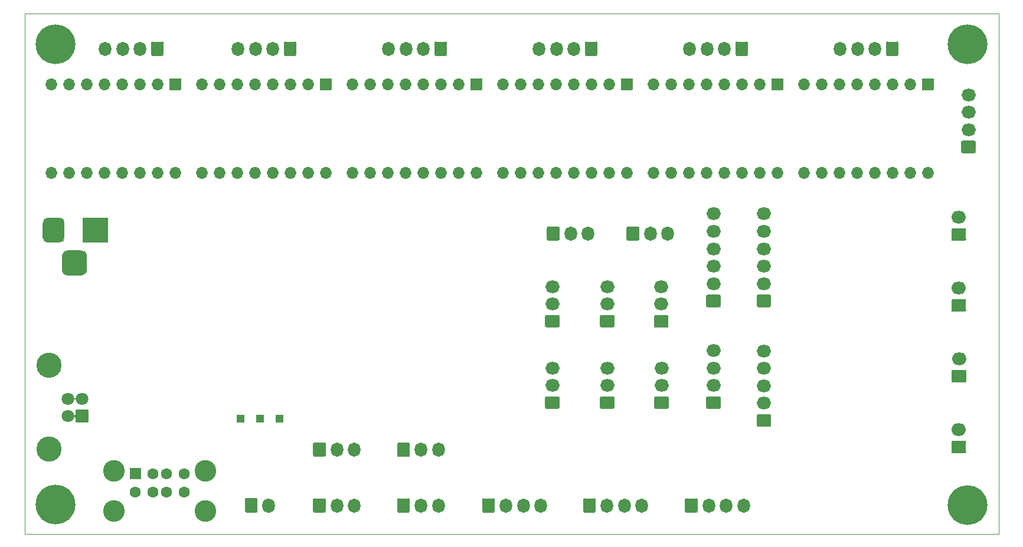
<source format=gbr>
%TF.GenerationSoftware,KiCad,Pcbnew,5.1.7+dfsg1-1~bpo10+1*%
%TF.CreationDate,2020-11-15T21:32:24+00:00*%
%TF.ProjectId,mobo,6d6f626f-2e6b-4696-9361-645f70636258,rev?*%
%TF.SameCoordinates,Original*%
%TF.FileFunction,Soldermask,Bot*%
%TF.FilePolarity,Negative*%
%FSLAX45Y45*%
G04 Gerber Fmt 4.5, Leading zero omitted, Abs format (unit mm)*
G04 Created by KiCad (PCBNEW 5.1.7+dfsg1-1~bpo10+1) date 2020-11-15 21:32:24*
%MOMM*%
%LPD*%
G01*
G04 APERTURE LIST*
%TA.AperFunction,Profile*%
%ADD10C,0.050000*%
%TD*%
%ADD11O,2.052000X1.802000*%
%ADD12C,5.702000*%
%ADD13C,3.602000*%
%ADD14C,1.802000*%
%ADD15C,3.102000*%
%ADD16C,1.602000*%
%ADD17O,1.802000X2.052000*%
%ADD18O,2.102000X1.802000*%
%ADD19O,1.702000X1.702000*%
%ADD20O,1.802000X2.102000*%
%ADD21C,0.150000*%
G04 APERTURE END LIST*
D10*
X0Y-7467600D02*
X13970000Y-7467600D01*
X13970000Y-7467600D02*
X13970000Y0D01*
X13970000Y0D02*
X0Y0D01*
X0Y0D02*
X0Y-7467600D01*
X0Y-7467600D02*
X13970000Y-7467600D01*
X13970000Y-7467600D02*
X13970000Y0D01*
X13970000Y0D02*
X0Y0D01*
X0Y0D02*
X0Y-7467600D01*
G36*
G01*
X535900Y-3671550D02*
X535900Y-3491450D01*
G75*
G02*
X625950Y-3401400I90050J0D01*
G01*
X806050Y-3401400D01*
G75*
G02*
X896100Y-3491450I0J-90050D01*
G01*
X896100Y-3671550D01*
G75*
G02*
X806050Y-3761600I-90050J0D01*
G01*
X625950Y-3761600D01*
G75*
G02*
X535900Y-3671550I0J90050D01*
G01*
G37*
G36*
G01*
X260900Y-3214050D02*
X260900Y-3008950D01*
G75*
G02*
X338450Y-2931400I77550J0D01*
G01*
X493550Y-2931400D01*
G75*
G02*
X571100Y-3008950I0J-77550D01*
G01*
X571100Y-3214050D01*
G75*
G02*
X493550Y-3291600I-77550J0D01*
G01*
X338450Y-3291600D01*
G75*
G02*
X260900Y-3214050I0J77550D01*
G01*
G37*
G36*
G01*
X835900Y-3286500D02*
X835900Y-2936500D01*
G75*
G02*
X841000Y-2931400I5100J0D01*
G01*
X1191000Y-2931400D01*
G75*
G02*
X1196100Y-2936500I0J-5100D01*
G01*
X1196100Y-3286500D01*
G75*
G02*
X1191000Y-3291600I-5100J0D01*
G01*
X841000Y-3291600D01*
G75*
G02*
X835900Y-3286500I0J5100D01*
G01*
G37*
D11*
X10604500Y-2877500D03*
X10604500Y-3127500D03*
X10604500Y-3377500D03*
X10604500Y-3627500D03*
X10604500Y-3877500D03*
G36*
G01*
X10680600Y-4217600D02*
X10528400Y-4217600D01*
G75*
G02*
X10501900Y-4191100I0J26500D01*
G01*
X10501900Y-4063900D01*
G75*
G02*
X10528400Y-4037400I26500J0D01*
G01*
X10680600Y-4037400D01*
G75*
G02*
X10707100Y-4063900I0J-26500D01*
G01*
X10707100Y-4191100D01*
G75*
G02*
X10680600Y-4217600I-26500J0D01*
G01*
G37*
X9880600Y-2877500D03*
X9880600Y-3127500D03*
X9880600Y-3377500D03*
X9880600Y-3627500D03*
X9880600Y-3877500D03*
G36*
G01*
X9956700Y-4217600D02*
X9804500Y-4217600D01*
G75*
G02*
X9778000Y-4191100I0J26500D01*
G01*
X9778000Y-4063900D01*
G75*
G02*
X9804500Y-4037400I26500J0D01*
G01*
X9956700Y-4037400D01*
G75*
G02*
X9983200Y-4063900I0J-26500D01*
G01*
X9983200Y-4191100D01*
G75*
G02*
X9956700Y-4217600I-26500J0D01*
G01*
G37*
X10604500Y-4842000D03*
X10604500Y-5092000D03*
X10604500Y-5342000D03*
X10604500Y-5592000D03*
G36*
G01*
X10680600Y-5932100D02*
X10528400Y-5932100D01*
G75*
G02*
X10501900Y-5905600I0J26500D01*
G01*
X10501900Y-5778400D01*
G75*
G02*
X10528400Y-5751900I26500J0D01*
G01*
X10680600Y-5751900D01*
G75*
G02*
X10707100Y-5778400I0J-26500D01*
G01*
X10707100Y-5905600D01*
G75*
G02*
X10680600Y-5932100I-26500J0D01*
G01*
G37*
X9880600Y-4838000D03*
X9880600Y-5088000D03*
X9880600Y-5338000D03*
G36*
G01*
X9956700Y-5678100D02*
X9804500Y-5678100D01*
G75*
G02*
X9778000Y-5651600I0J26500D01*
G01*
X9778000Y-5524400D01*
G75*
G02*
X9804500Y-5497900I26500J0D01*
G01*
X9956700Y-5497900D01*
G75*
G02*
X9983200Y-5524400I0J-26500D01*
G01*
X9983200Y-5651600D01*
G75*
G02*
X9956700Y-5678100I-26500J0D01*
G01*
G37*
G36*
G01*
X3043700Y-5866600D02*
X3043700Y-5766600D01*
G75*
G02*
X3048800Y-5761500I5100J0D01*
G01*
X3148800Y-5761500D01*
G75*
G02*
X3153900Y-5766600I0J-5100D01*
G01*
X3153900Y-5866600D01*
G75*
G02*
X3148800Y-5871700I-5100J0D01*
G01*
X3048800Y-5871700D01*
G75*
G02*
X3043700Y-5866600I0J5100D01*
G01*
G37*
G36*
G01*
X3323100Y-5866600D02*
X3323100Y-5766600D01*
G75*
G02*
X3328200Y-5761500I5100J0D01*
G01*
X3428200Y-5761500D01*
G75*
G02*
X3433300Y-5766600I0J-5100D01*
G01*
X3433300Y-5866600D01*
G75*
G02*
X3428200Y-5871700I-5100J0D01*
G01*
X3328200Y-5871700D01*
G75*
G02*
X3323100Y-5866600I0J5100D01*
G01*
G37*
G36*
G01*
X3602500Y-5866600D02*
X3602500Y-5766600D01*
G75*
G02*
X3607600Y-5761500I5100J0D01*
G01*
X3707600Y-5761500D01*
G75*
G02*
X3712700Y-5766600I0J-5100D01*
G01*
X3712700Y-5866600D01*
G75*
G02*
X3707600Y-5871700I-5100J0D01*
G01*
X3607600Y-5871700D01*
G75*
G02*
X3602500Y-5866600I0J5100D01*
G01*
G37*
D12*
X444500Y-444500D03*
X444500Y-7048500D03*
X13525500Y-7058300D03*
X13525500Y-444500D03*
D13*
X354500Y-5051500D03*
X354500Y-6255500D03*
D14*
X625500Y-5778500D03*
X625500Y-5528500D03*
X825500Y-5528500D03*
G36*
G01*
X915600Y-5693500D02*
X915600Y-5863500D01*
G75*
G02*
X910500Y-5868600I-5100J0D01*
G01*
X740500Y-5868600D01*
G75*
G02*
X735400Y-5863500I0J5100D01*
G01*
X735400Y-5693500D01*
G75*
G02*
X740500Y-5688400I5100J0D01*
G01*
X910500Y-5688400D01*
G75*
G02*
X915600Y-5693500I0J-5100D01*
G01*
G37*
D15*
X2594500Y-6569000D03*
X1280500Y-6569000D03*
G36*
G01*
X1507400Y-6679000D02*
X1507400Y-6529000D01*
G75*
G02*
X1512500Y-6523900I5100J0D01*
G01*
X1662500Y-6523900D01*
G75*
G02*
X1667600Y-6529000I0J-5100D01*
G01*
X1667600Y-6679000D01*
G75*
G02*
X1662500Y-6684100I-5100J0D01*
G01*
X1512500Y-6684100D01*
G75*
G02*
X1507400Y-6679000I0J5100D01*
G01*
G37*
D16*
X1837500Y-6604000D03*
X2037500Y-6604000D03*
X2287500Y-6604000D03*
D15*
X1280500Y-7137000D03*
X2594500Y-7137000D03*
D16*
X1587500Y-6866000D03*
X1837500Y-6866000D03*
X2037500Y-6866000D03*
X2287500Y-6866000D03*
G36*
G01*
X6564700Y-7137300D02*
X6564700Y-6985100D01*
G75*
G02*
X6591200Y-6958600I26500J0D01*
G01*
X6718400Y-6958600D01*
G75*
G02*
X6744900Y-6985100I0J-26500D01*
G01*
X6744900Y-7137300D01*
G75*
G02*
X6718400Y-7163800I-26500J0D01*
G01*
X6591200Y-7163800D01*
G75*
G02*
X6564700Y-7137300I0J26500D01*
G01*
G37*
D17*
X6904800Y-7061200D03*
X7154800Y-7061200D03*
X7404800Y-7061200D03*
X8852600Y-7061200D03*
X8602600Y-7061200D03*
X8352600Y-7061200D03*
G36*
G01*
X8012500Y-7137300D02*
X8012500Y-6985100D01*
G75*
G02*
X8039000Y-6958600I26500J0D01*
G01*
X8166200Y-6958600D01*
G75*
G02*
X8192700Y-6985100I0J-26500D01*
G01*
X8192700Y-7137300D01*
G75*
G02*
X8166200Y-7163800I-26500J0D01*
G01*
X8039000Y-7163800D01*
G75*
G02*
X8012500Y-7137300I0J26500D01*
G01*
G37*
G36*
G01*
X9473000Y-7137300D02*
X9473000Y-6985100D01*
G75*
G02*
X9499500Y-6958600I26500J0D01*
G01*
X9626700Y-6958600D01*
G75*
G02*
X9653200Y-6985100I0J-26500D01*
G01*
X9653200Y-7137300D01*
G75*
G02*
X9626700Y-7163800I-26500J0D01*
G01*
X9499500Y-7163800D01*
G75*
G02*
X9473000Y-7137300I0J26500D01*
G01*
G37*
X9813100Y-7061200D03*
X10063100Y-7061200D03*
X10313100Y-7061200D03*
X7378000Y-508000D03*
X7628000Y-508000D03*
X7878000Y-508000D03*
G36*
G01*
X8218100Y-431900D02*
X8218100Y-584100D01*
G75*
G02*
X8191600Y-610600I-26500J0D01*
G01*
X8064400Y-610600D01*
G75*
G02*
X8037900Y-584100I0J26500D01*
G01*
X8037900Y-431900D01*
G75*
G02*
X8064400Y-405400I26500J0D01*
G01*
X8191600Y-405400D01*
G75*
G02*
X8218100Y-431900I0J-26500D01*
G01*
G37*
G36*
G01*
X12536100Y-431900D02*
X12536100Y-584100D01*
G75*
G02*
X12509600Y-610600I-26500J0D01*
G01*
X12382400Y-610600D01*
G75*
G02*
X12355900Y-584100I0J26500D01*
G01*
X12355900Y-431900D01*
G75*
G02*
X12382400Y-405400I26500J0D01*
G01*
X12509600Y-405400D01*
G75*
G02*
X12536100Y-431900I0J-26500D01*
G01*
G37*
X12196000Y-508000D03*
X11946000Y-508000D03*
X11696000Y-508000D03*
G36*
G01*
X1995100Y-431900D02*
X1995100Y-584100D01*
G75*
G02*
X1968600Y-610600I-26500J0D01*
G01*
X1841400Y-610600D01*
G75*
G02*
X1814900Y-584100I0J26500D01*
G01*
X1814900Y-431900D01*
G75*
G02*
X1841400Y-405400I26500J0D01*
G01*
X1968600Y-405400D01*
G75*
G02*
X1995100Y-431900I0J-26500D01*
G01*
G37*
X1655000Y-508000D03*
X1405000Y-508000D03*
X1155000Y-508000D03*
G36*
G01*
X3900100Y-431900D02*
X3900100Y-584100D01*
G75*
G02*
X3873600Y-610600I-26500J0D01*
G01*
X3746400Y-610600D01*
G75*
G02*
X3719900Y-584100I0J26500D01*
G01*
X3719900Y-431900D01*
G75*
G02*
X3746400Y-405400I26500J0D01*
G01*
X3873600Y-405400D01*
G75*
G02*
X3900100Y-431900I0J-26500D01*
G01*
G37*
X3560000Y-508000D03*
X3310000Y-508000D03*
X3060000Y-508000D03*
G36*
G01*
X4139000Y-7137300D02*
X4139000Y-6985100D01*
G75*
G02*
X4165500Y-6958600I26500J0D01*
G01*
X4292700Y-6958600D01*
G75*
G02*
X4319200Y-6985100I0J-26500D01*
G01*
X4319200Y-7137300D01*
G75*
G02*
X4292700Y-7163800I-26500J0D01*
G01*
X4165500Y-7163800D01*
G75*
G02*
X4139000Y-7137300I0J26500D01*
G01*
G37*
X4479100Y-7061200D03*
X4729100Y-7061200D03*
G36*
G01*
X4139000Y-6337200D02*
X4139000Y-6185000D01*
G75*
G02*
X4165500Y-6158500I26500J0D01*
G01*
X4292700Y-6158500D01*
G75*
G02*
X4319200Y-6185000I0J-26500D01*
G01*
X4319200Y-6337200D01*
G75*
G02*
X4292700Y-6363700I-26500J0D01*
G01*
X4165500Y-6363700D01*
G75*
G02*
X4139000Y-6337200I0J26500D01*
G01*
G37*
X4479100Y-6261100D03*
X4729100Y-6261100D03*
D18*
X13398500Y-2925000D03*
G36*
G01*
X13477100Y-3265100D02*
X13319900Y-3265100D01*
G75*
G02*
X13293400Y-3238600I0J26500D01*
G01*
X13293400Y-3111400D01*
G75*
G02*
X13319900Y-3084900I26500J0D01*
G01*
X13477100Y-3084900D01*
G75*
G02*
X13503600Y-3111400I0J-26500D01*
G01*
X13503600Y-3238600D01*
G75*
G02*
X13477100Y-3265100I-26500J0D01*
G01*
G37*
G36*
G01*
X13477100Y-4281100D02*
X13319900Y-4281100D01*
G75*
G02*
X13293400Y-4254600I0J26500D01*
G01*
X13293400Y-4127400D01*
G75*
G02*
X13319900Y-4100900I26500J0D01*
G01*
X13477100Y-4100900D01*
G75*
G02*
X13503600Y-4127400I0J-26500D01*
G01*
X13503600Y-4254600D01*
G75*
G02*
X13477100Y-4281100I-26500J0D01*
G01*
G37*
X13398500Y-3941000D03*
X13402500Y-4957000D03*
G36*
G01*
X13481100Y-5297100D02*
X13323900Y-5297100D01*
G75*
G02*
X13297400Y-5270600I0J26500D01*
G01*
X13297400Y-5143400D01*
G75*
G02*
X13323900Y-5116900I26500J0D01*
G01*
X13481100Y-5116900D01*
G75*
G02*
X13507600Y-5143400I0J-26500D01*
G01*
X13507600Y-5270600D01*
G75*
G02*
X13481100Y-5297100I-26500J0D01*
G01*
G37*
G36*
G01*
X13477100Y-6313100D02*
X13319900Y-6313100D01*
G75*
G02*
X13293400Y-6286600I0J26500D01*
G01*
X13293400Y-6159400D01*
G75*
G02*
X13319900Y-6132900I26500J0D01*
G01*
X13477100Y-6132900D01*
G75*
G02*
X13503600Y-6159400I0J-26500D01*
G01*
X13503600Y-6286600D01*
G75*
G02*
X13477100Y-6313100I-26500J0D01*
G01*
G37*
X13398500Y-5973000D03*
G36*
G01*
X5345500Y-7137300D02*
X5345500Y-6985100D01*
G75*
G02*
X5372000Y-6958600I26500J0D01*
G01*
X5499200Y-6958600D01*
G75*
G02*
X5525700Y-6985100I0J-26500D01*
G01*
X5525700Y-7137300D01*
G75*
G02*
X5499200Y-7163800I-26500J0D01*
G01*
X5372000Y-7163800D01*
G75*
G02*
X5345500Y-7137300I0J26500D01*
G01*
G37*
D17*
X5685600Y-7061200D03*
X5935600Y-7061200D03*
X5935600Y-6261100D03*
X5685600Y-6261100D03*
G36*
G01*
X5345500Y-6337200D02*
X5345500Y-6185000D01*
G75*
G02*
X5372000Y-6158500I26500J0D01*
G01*
X5499200Y-6158500D01*
G75*
G02*
X5525700Y-6185000I0J-26500D01*
G01*
X5525700Y-6337200D01*
G75*
G02*
X5499200Y-6363700I-26500J0D01*
G01*
X5372000Y-6363700D01*
G75*
G02*
X5345500Y-6337200I0J26500D01*
G01*
G37*
G36*
G01*
X8432700Y-4509700D02*
X8280500Y-4509700D01*
G75*
G02*
X8254000Y-4483200I0J26500D01*
G01*
X8254000Y-4356000D01*
G75*
G02*
X8280500Y-4329500I26500J0D01*
G01*
X8432700Y-4329500D01*
G75*
G02*
X8459200Y-4356000I0J-26500D01*
G01*
X8459200Y-4483200D01*
G75*
G02*
X8432700Y-4509700I-26500J0D01*
G01*
G37*
D11*
X8356600Y-4169600D03*
X8356600Y-3919600D03*
X9131300Y-3919600D03*
X9131300Y-4169600D03*
G36*
G01*
X9207400Y-4509700D02*
X9055200Y-4509700D01*
G75*
G02*
X9028700Y-4483200I0J26500D01*
G01*
X9028700Y-4356000D01*
G75*
G02*
X9055200Y-4329500I26500J0D01*
G01*
X9207400Y-4329500D01*
G75*
G02*
X9233900Y-4356000I0J-26500D01*
G01*
X9233900Y-4483200D01*
G75*
G02*
X9207400Y-4509700I-26500J0D01*
G01*
G37*
X8356600Y-5088000D03*
X8356600Y-5338000D03*
G36*
G01*
X8432700Y-5678100D02*
X8280500Y-5678100D01*
G75*
G02*
X8254000Y-5651600I0J26500D01*
G01*
X8254000Y-5524400D01*
G75*
G02*
X8280500Y-5497900I26500J0D01*
G01*
X8432700Y-5497900D01*
G75*
G02*
X8459200Y-5524400I0J-26500D01*
G01*
X8459200Y-5651600D01*
G75*
G02*
X8432700Y-5678100I-26500J0D01*
G01*
G37*
D17*
X5219000Y-508000D03*
X5469000Y-508000D03*
X5719000Y-508000D03*
G36*
G01*
X6059100Y-431900D02*
X6059100Y-584100D01*
G75*
G02*
X6032600Y-610600I-26500J0D01*
G01*
X5905400Y-610600D01*
G75*
G02*
X5878900Y-584100I0J26500D01*
G01*
X5878900Y-431900D01*
G75*
G02*
X5905400Y-405400I26500J0D01*
G01*
X6032600Y-405400D01*
G75*
G02*
X6059100Y-431900I0J-26500D01*
G01*
G37*
X9537000Y-508000D03*
X9787000Y-508000D03*
X10037000Y-508000D03*
G36*
G01*
X10377100Y-431900D02*
X10377100Y-584100D01*
G75*
G02*
X10350600Y-610600I-26500J0D01*
G01*
X10223400Y-610600D01*
G75*
G02*
X10196900Y-584100I0J26500D01*
G01*
X10196900Y-431900D01*
G75*
G02*
X10223400Y-405400I26500J0D01*
G01*
X10350600Y-405400D01*
G75*
G02*
X10377100Y-431900I0J-26500D01*
G01*
G37*
G36*
G01*
X13614300Y-2007800D02*
X13462100Y-2007800D01*
G75*
G02*
X13435600Y-1981300I0J26500D01*
G01*
X13435600Y-1854100D01*
G75*
G02*
X13462100Y-1827600I26500J0D01*
G01*
X13614300Y-1827600D01*
G75*
G02*
X13640800Y-1854100I0J-26500D01*
G01*
X13640800Y-1981300D01*
G75*
G02*
X13614300Y-2007800I-26500J0D01*
G01*
G37*
D11*
X13538200Y-1667700D03*
X13538200Y-1417700D03*
X13538200Y-1167700D03*
X7569200Y-5088000D03*
X7569200Y-5338000D03*
G36*
G01*
X7645300Y-5678100D02*
X7493100Y-5678100D01*
G75*
G02*
X7466600Y-5651600I0J26500D01*
G01*
X7466600Y-5524400D01*
G75*
G02*
X7493100Y-5497900I26500J0D01*
G01*
X7645300Y-5497900D01*
G75*
G02*
X7671800Y-5524400I0J-26500D01*
G01*
X7671800Y-5651600D01*
G75*
G02*
X7645300Y-5678100I-26500J0D01*
G01*
G37*
G36*
G01*
X9211400Y-5678100D02*
X9059200Y-5678100D01*
G75*
G02*
X9032700Y-5651600I0J26500D01*
G01*
X9032700Y-5524400D01*
G75*
G02*
X9059200Y-5497900I26500J0D01*
G01*
X9211400Y-5497900D01*
G75*
G02*
X9237900Y-5524400I0J-26500D01*
G01*
X9237900Y-5651600D01*
G75*
G02*
X9211400Y-5678100I-26500J0D01*
G01*
G37*
X9135300Y-5338000D03*
X9135300Y-5088000D03*
X7569200Y-3919600D03*
X7569200Y-4169600D03*
G36*
G01*
X7645300Y-4509700D02*
X7493100Y-4509700D01*
G75*
G02*
X7466600Y-4483200I0J26500D01*
G01*
X7466600Y-4356000D01*
G75*
G02*
X7493100Y-4329500I26500J0D01*
G01*
X7645300Y-4329500D01*
G75*
G02*
X7671800Y-4356000I0J-26500D01*
G01*
X7671800Y-4483200D01*
G75*
G02*
X7645300Y-4509700I-26500J0D01*
G01*
G37*
D17*
X8081900Y-3162300D03*
X7831900Y-3162300D03*
G36*
G01*
X7491800Y-3238400D02*
X7491800Y-3086200D01*
G75*
G02*
X7518300Y-3059700I26500J0D01*
G01*
X7645500Y-3059700D01*
G75*
G02*
X7672000Y-3086200I0J-26500D01*
G01*
X7672000Y-3238400D01*
G75*
G02*
X7645500Y-3264900I-26500J0D01*
G01*
X7518300Y-3264900D01*
G75*
G02*
X7491800Y-3238400I0J26500D01*
G01*
G37*
G36*
G01*
X8634800Y-3238400D02*
X8634800Y-3086200D01*
G75*
G02*
X8661300Y-3059700I26500J0D01*
G01*
X8788500Y-3059700D01*
G75*
G02*
X8815000Y-3086200I0J-26500D01*
G01*
X8815000Y-3238400D01*
G75*
G02*
X8788500Y-3264900I-26500J0D01*
G01*
X8661300Y-3264900D01*
G75*
G02*
X8634800Y-3238400I0J26500D01*
G01*
G37*
X8974900Y-3162300D03*
X9224900Y-3162300D03*
G36*
G01*
X8556000Y-930900D02*
X8716000Y-930900D01*
G75*
G02*
X8721100Y-936000I0J-5100D01*
G01*
X8721100Y-1096000D01*
G75*
G02*
X8716000Y-1101100I-5100J0D01*
G01*
X8556000Y-1101100D01*
G75*
G02*
X8550900Y-1096000I0J5100D01*
G01*
X8550900Y-936000D01*
G75*
G02*
X8556000Y-930900I5100J0D01*
G01*
G37*
D19*
X6858000Y-2286000D03*
X8382000Y-1016000D03*
X7112000Y-2286000D03*
X8128000Y-1016000D03*
X7366000Y-2286000D03*
X7874000Y-1016000D03*
X7620000Y-2286000D03*
X7620000Y-1016000D03*
X7874000Y-2286000D03*
X7366000Y-1016000D03*
X8128000Y-2286000D03*
X7112000Y-1016000D03*
X8382000Y-2286000D03*
X6858000Y-1016000D03*
X8636000Y-2286000D03*
X12954000Y-2286000D03*
X11176000Y-1016000D03*
X12700000Y-2286000D03*
X11430000Y-1016000D03*
X12446000Y-2286000D03*
X11684000Y-1016000D03*
X12192000Y-2286000D03*
X11938000Y-1016000D03*
X11938000Y-2286000D03*
X12192000Y-1016000D03*
X11684000Y-2286000D03*
X12446000Y-1016000D03*
X11430000Y-2286000D03*
X12700000Y-1016000D03*
X11176000Y-2286000D03*
G36*
G01*
X12874000Y-930900D02*
X13034000Y-930900D01*
G75*
G02*
X13039100Y-936000I0J-5100D01*
G01*
X13039100Y-1096000D01*
G75*
G02*
X13034000Y-1101100I-5100J0D01*
G01*
X12874000Y-1101100D01*
G75*
G02*
X12868900Y-1096000I0J5100D01*
G01*
X12868900Y-936000D01*
G75*
G02*
X12874000Y-930900I5100J0D01*
G01*
G37*
X2159000Y-2286000D03*
X381000Y-1016000D03*
X1905000Y-2286000D03*
X635000Y-1016000D03*
X1651000Y-2286000D03*
X889000Y-1016000D03*
X1397000Y-2286000D03*
X1143000Y-1016000D03*
X1143000Y-2286000D03*
X1397000Y-1016000D03*
X889000Y-2286000D03*
X1651000Y-1016000D03*
X635000Y-2286000D03*
X1905000Y-1016000D03*
X381000Y-2286000D03*
G36*
G01*
X2079000Y-930900D02*
X2239000Y-930900D01*
G75*
G02*
X2244100Y-936000I0J-5100D01*
G01*
X2244100Y-1096000D01*
G75*
G02*
X2239000Y-1101100I-5100J0D01*
G01*
X2079000Y-1101100D01*
G75*
G02*
X2073900Y-1096000I0J5100D01*
G01*
X2073900Y-936000D01*
G75*
G02*
X2079000Y-930900I5100J0D01*
G01*
G37*
G36*
G01*
X4238000Y-930900D02*
X4398000Y-930900D01*
G75*
G02*
X4403100Y-936000I0J-5100D01*
G01*
X4403100Y-1096000D01*
G75*
G02*
X4398000Y-1101100I-5100J0D01*
G01*
X4238000Y-1101100D01*
G75*
G02*
X4232900Y-1096000I0J5100D01*
G01*
X4232900Y-936000D01*
G75*
G02*
X4238000Y-930900I5100J0D01*
G01*
G37*
X2540000Y-2286000D03*
X4064000Y-1016000D03*
X2794000Y-2286000D03*
X3810000Y-1016000D03*
X3048000Y-2286000D03*
X3556000Y-1016000D03*
X3302000Y-2286000D03*
X3302000Y-1016000D03*
X3556000Y-2286000D03*
X3048000Y-1016000D03*
X3810000Y-2286000D03*
X2794000Y-1016000D03*
X4064000Y-2286000D03*
X2540000Y-1016000D03*
X4318000Y-2286000D03*
X6477000Y-2286000D03*
X4699000Y-1016000D03*
X6223000Y-2286000D03*
X4953000Y-1016000D03*
X5969000Y-2286000D03*
X5207000Y-1016000D03*
X5715000Y-2286000D03*
X5461000Y-1016000D03*
X5461000Y-2286000D03*
X5715000Y-1016000D03*
X5207000Y-2286000D03*
X5969000Y-1016000D03*
X4953000Y-2286000D03*
X6223000Y-1016000D03*
X4699000Y-2286000D03*
G36*
G01*
X6397000Y-930900D02*
X6557000Y-930900D01*
G75*
G02*
X6562100Y-936000I0J-5100D01*
G01*
X6562100Y-1096000D01*
G75*
G02*
X6557000Y-1101100I-5100J0D01*
G01*
X6397000Y-1101100D01*
G75*
G02*
X6391900Y-1096000I0J5100D01*
G01*
X6391900Y-936000D01*
G75*
G02*
X6397000Y-930900I5100J0D01*
G01*
G37*
G36*
G01*
X10715000Y-930900D02*
X10875000Y-930900D01*
G75*
G02*
X10880100Y-936000I0J-5100D01*
G01*
X10880100Y-1096000D01*
G75*
G02*
X10875000Y-1101100I-5100J0D01*
G01*
X10715000Y-1101100D01*
G75*
G02*
X10709900Y-1096000I0J5100D01*
G01*
X10709900Y-936000D01*
G75*
G02*
X10715000Y-930900I5100J0D01*
G01*
G37*
X9017000Y-2286000D03*
X10541000Y-1016000D03*
X9271000Y-2286000D03*
X10287000Y-1016000D03*
X9525000Y-2286000D03*
X10033000Y-1016000D03*
X9779000Y-2286000D03*
X9779000Y-1016000D03*
X10033000Y-2286000D03*
X9525000Y-1016000D03*
X10287000Y-2286000D03*
X9271000Y-1016000D03*
X10541000Y-2286000D03*
X9017000Y-1016000D03*
X10795000Y-2286000D03*
G36*
G01*
X3161100Y-7139800D02*
X3161100Y-6982600D01*
G75*
G02*
X3187600Y-6956100I26500J0D01*
G01*
X3314800Y-6956100D01*
G75*
G02*
X3341300Y-6982600I0J-26500D01*
G01*
X3341300Y-7139800D01*
G75*
G02*
X3314800Y-7166300I-26500J0D01*
G01*
X3187600Y-7166300D01*
G75*
G02*
X3161100Y-7139800I0J26500D01*
G01*
G37*
D20*
X3501200Y-7061200D03*
D21*
G36*
X3161299Y-7139780D02*
G01*
X3161806Y-7144930D01*
X3163303Y-7149864D01*
X3165733Y-7154411D01*
X3169004Y-7158396D01*
X3172989Y-7161667D01*
X3177536Y-7164097D01*
X3182470Y-7165594D01*
X3187620Y-7166101D01*
X3187782Y-7166217D01*
X3187763Y-7166416D01*
X3187600Y-7166500D01*
X3179390Y-7166500D01*
X3179371Y-7166499D01*
X3175320Y-7166100D01*
X3175282Y-7166092D01*
X3171977Y-7165090D01*
X3171940Y-7165075D01*
X3168895Y-7163447D01*
X3168863Y-7163425D01*
X3166193Y-7161234D01*
X3166165Y-7161207D01*
X3163975Y-7158537D01*
X3163953Y-7158505D01*
X3162325Y-7155459D01*
X3162310Y-7155423D01*
X3161307Y-7152118D01*
X3161300Y-7152080D01*
X3160901Y-7148029D01*
X3160900Y-7148010D01*
X3160900Y-7139800D01*
X3161000Y-7139627D01*
X3161200Y-7139627D01*
X3161299Y-7139780D01*
G37*
G36*
X3341416Y-7139637D02*
G01*
X3341500Y-7139800D01*
X3341500Y-7148010D01*
X3341499Y-7148029D01*
X3341100Y-7152080D01*
X3341092Y-7152118D01*
X3340090Y-7155423D01*
X3340075Y-7155459D01*
X3338447Y-7158505D01*
X3338425Y-7158537D01*
X3336234Y-7161207D01*
X3336207Y-7161234D01*
X3333537Y-7163425D01*
X3333505Y-7163447D01*
X3330459Y-7165075D01*
X3330423Y-7165090D01*
X3327118Y-7166092D01*
X3327080Y-7166100D01*
X3323029Y-7166499D01*
X3323010Y-7166500D01*
X3314800Y-7166500D01*
X3314627Y-7166400D01*
X3314627Y-7166200D01*
X3314780Y-7166101D01*
X3319930Y-7165594D01*
X3324864Y-7164097D01*
X3329411Y-7161667D01*
X3333396Y-7158396D01*
X3336667Y-7154411D01*
X3339097Y-7149864D01*
X3340594Y-7144930D01*
X3341101Y-7139780D01*
X3341217Y-7139618D01*
X3341416Y-7139637D01*
G37*
G36*
X8012699Y-7137280D02*
G01*
X8013206Y-7142430D01*
X8014703Y-7147364D01*
X8017133Y-7151911D01*
X8020404Y-7155896D01*
X8024389Y-7159167D01*
X8028936Y-7161597D01*
X8033870Y-7163094D01*
X8039020Y-7163601D01*
X8039182Y-7163717D01*
X8039163Y-7163916D01*
X8039000Y-7164000D01*
X8030790Y-7164000D01*
X8030771Y-7163999D01*
X8026720Y-7163600D01*
X8026682Y-7163592D01*
X8023377Y-7162590D01*
X8023340Y-7162575D01*
X8020295Y-7160947D01*
X8020263Y-7160925D01*
X8017593Y-7158734D01*
X8017565Y-7158707D01*
X8015375Y-7156037D01*
X8015353Y-7156005D01*
X8013725Y-7152959D01*
X8013710Y-7152923D01*
X8012707Y-7149618D01*
X8012700Y-7149580D01*
X8012301Y-7145529D01*
X8012300Y-7145510D01*
X8012300Y-7137300D01*
X8012400Y-7137127D01*
X8012600Y-7137127D01*
X8012699Y-7137280D01*
G37*
G36*
X6564899Y-7137280D02*
G01*
X6565406Y-7142430D01*
X6566903Y-7147364D01*
X6569333Y-7151911D01*
X6572604Y-7155896D01*
X6576589Y-7159167D01*
X6581136Y-7161597D01*
X6586070Y-7163094D01*
X6591220Y-7163601D01*
X6591382Y-7163717D01*
X6591363Y-7163916D01*
X6591200Y-7164000D01*
X6582990Y-7164000D01*
X6582971Y-7163999D01*
X6578920Y-7163600D01*
X6578882Y-7163592D01*
X6575577Y-7162590D01*
X6575540Y-7162575D01*
X6572495Y-7160947D01*
X6572463Y-7160925D01*
X6569793Y-7158734D01*
X6569765Y-7158707D01*
X6567575Y-7156037D01*
X6567553Y-7156005D01*
X6565925Y-7152959D01*
X6565910Y-7152923D01*
X6564907Y-7149618D01*
X6564900Y-7149580D01*
X6564501Y-7145529D01*
X6564500Y-7145510D01*
X6564500Y-7137300D01*
X6564600Y-7137127D01*
X6564800Y-7137127D01*
X6564899Y-7137280D01*
G37*
G36*
X9653317Y-7137137D02*
G01*
X9653400Y-7137300D01*
X9653400Y-7145510D01*
X9653399Y-7145529D01*
X9653000Y-7149580D01*
X9652993Y-7149618D01*
X9651990Y-7152923D01*
X9651975Y-7152959D01*
X9650347Y-7156005D01*
X9650325Y-7156037D01*
X9648135Y-7158707D01*
X9648107Y-7158734D01*
X9645437Y-7160925D01*
X9645405Y-7160947D01*
X9642360Y-7162575D01*
X9642323Y-7162590D01*
X9639018Y-7163592D01*
X9638980Y-7163600D01*
X9634929Y-7163999D01*
X9634910Y-7164000D01*
X9626700Y-7164000D01*
X9626527Y-7163900D01*
X9626527Y-7163700D01*
X9626680Y-7163601D01*
X9631830Y-7163094D01*
X9636764Y-7161597D01*
X9641311Y-7159167D01*
X9645296Y-7155896D01*
X9648567Y-7151911D01*
X9650997Y-7147364D01*
X9652494Y-7142430D01*
X9653001Y-7137280D01*
X9653118Y-7137118D01*
X9653317Y-7137137D01*
G37*
G36*
X8192816Y-7137137D02*
G01*
X8192900Y-7137300D01*
X8192900Y-7145510D01*
X8192899Y-7145529D01*
X8192500Y-7149580D01*
X8192492Y-7149618D01*
X8191490Y-7152923D01*
X8191475Y-7152959D01*
X8189847Y-7156005D01*
X8189825Y-7156037D01*
X8187634Y-7158707D01*
X8187607Y-7158734D01*
X8184937Y-7160925D01*
X8184905Y-7160947D01*
X8181859Y-7162575D01*
X8181823Y-7162590D01*
X8178518Y-7163592D01*
X8178480Y-7163600D01*
X8174429Y-7163999D01*
X8174410Y-7164000D01*
X8166200Y-7164000D01*
X8166027Y-7163900D01*
X8166027Y-7163700D01*
X8166180Y-7163601D01*
X8171330Y-7163094D01*
X8176264Y-7161597D01*
X8180811Y-7159167D01*
X8184796Y-7155896D01*
X8188067Y-7151911D01*
X8190497Y-7147364D01*
X8191994Y-7142430D01*
X8192501Y-7137280D01*
X8192617Y-7137118D01*
X8192816Y-7137137D01*
G37*
G36*
X5525817Y-7137137D02*
G01*
X5525900Y-7137300D01*
X5525900Y-7145510D01*
X5525899Y-7145529D01*
X5525500Y-7149580D01*
X5525493Y-7149618D01*
X5524490Y-7152923D01*
X5524475Y-7152959D01*
X5522847Y-7156005D01*
X5522825Y-7156037D01*
X5520635Y-7158707D01*
X5520607Y-7158734D01*
X5517937Y-7160925D01*
X5517905Y-7160947D01*
X5514860Y-7162575D01*
X5514823Y-7162590D01*
X5511518Y-7163592D01*
X5511480Y-7163600D01*
X5507429Y-7163999D01*
X5507410Y-7164000D01*
X5499200Y-7164000D01*
X5499027Y-7163900D01*
X5499027Y-7163700D01*
X5499180Y-7163601D01*
X5504330Y-7163094D01*
X5509264Y-7161597D01*
X5513811Y-7159167D01*
X5517796Y-7155896D01*
X5521067Y-7151911D01*
X5523497Y-7147364D01*
X5524994Y-7142430D01*
X5525501Y-7137280D01*
X5525618Y-7137118D01*
X5525817Y-7137137D01*
G37*
G36*
X4319317Y-7137137D02*
G01*
X4319400Y-7137300D01*
X4319400Y-7145510D01*
X4319399Y-7145529D01*
X4319000Y-7149580D01*
X4318993Y-7149618D01*
X4317990Y-7152923D01*
X4317975Y-7152959D01*
X4316347Y-7156005D01*
X4316325Y-7156037D01*
X4314135Y-7158707D01*
X4314107Y-7158734D01*
X4311437Y-7160925D01*
X4311405Y-7160947D01*
X4308360Y-7162575D01*
X4308323Y-7162590D01*
X4305018Y-7163592D01*
X4304980Y-7163600D01*
X4300929Y-7163999D01*
X4300910Y-7164000D01*
X4292700Y-7164000D01*
X4292527Y-7163900D01*
X4292527Y-7163700D01*
X4292680Y-7163601D01*
X4297830Y-7163094D01*
X4302764Y-7161597D01*
X4307311Y-7159167D01*
X4311296Y-7155896D01*
X4314567Y-7151911D01*
X4316997Y-7147364D01*
X4318494Y-7142430D01*
X4319001Y-7137280D01*
X4319118Y-7137118D01*
X4319317Y-7137137D01*
G37*
G36*
X4139199Y-7137280D02*
G01*
X4139706Y-7142430D01*
X4141203Y-7147364D01*
X4143633Y-7151911D01*
X4146904Y-7155896D01*
X4150889Y-7159167D01*
X4155436Y-7161597D01*
X4160370Y-7163094D01*
X4165520Y-7163601D01*
X4165682Y-7163717D01*
X4165663Y-7163916D01*
X4165500Y-7164000D01*
X4157290Y-7164000D01*
X4157271Y-7163999D01*
X4153220Y-7163600D01*
X4153182Y-7163592D01*
X4149877Y-7162590D01*
X4149840Y-7162575D01*
X4146795Y-7160947D01*
X4146763Y-7160925D01*
X4144093Y-7158734D01*
X4144065Y-7158707D01*
X4141875Y-7156037D01*
X4141853Y-7156005D01*
X4140225Y-7152959D01*
X4140210Y-7152923D01*
X4139207Y-7149618D01*
X4139200Y-7149580D01*
X4138801Y-7145529D01*
X4138800Y-7145510D01*
X4138800Y-7137300D01*
X4138900Y-7137127D01*
X4139100Y-7137127D01*
X4139199Y-7137280D01*
G37*
G36*
X5345699Y-7137280D02*
G01*
X5346206Y-7142430D01*
X5347703Y-7147364D01*
X5350133Y-7151911D01*
X5353404Y-7155896D01*
X5357389Y-7159167D01*
X5361936Y-7161597D01*
X5366870Y-7163094D01*
X5372020Y-7163601D01*
X5372182Y-7163717D01*
X5372163Y-7163916D01*
X5372000Y-7164000D01*
X5363790Y-7164000D01*
X5363771Y-7163999D01*
X5359720Y-7163600D01*
X5359682Y-7163592D01*
X5356377Y-7162590D01*
X5356341Y-7162575D01*
X5353295Y-7160947D01*
X5353263Y-7160925D01*
X5350593Y-7158734D01*
X5350566Y-7158707D01*
X5348375Y-7156037D01*
X5348353Y-7156005D01*
X5346725Y-7152959D01*
X5346710Y-7152923D01*
X5345708Y-7149618D01*
X5345700Y-7149580D01*
X5345301Y-7145529D01*
X5345300Y-7145510D01*
X5345300Y-7137300D01*
X5345400Y-7137127D01*
X5345600Y-7137127D01*
X5345699Y-7137280D01*
G37*
G36*
X9473199Y-7137280D02*
G01*
X9473706Y-7142430D01*
X9475203Y-7147364D01*
X9477633Y-7151911D01*
X9480904Y-7155896D01*
X9484889Y-7159167D01*
X9489436Y-7161597D01*
X9494370Y-7163094D01*
X9499520Y-7163601D01*
X9499682Y-7163717D01*
X9499663Y-7163916D01*
X9499500Y-7164000D01*
X9491290Y-7164000D01*
X9491271Y-7163999D01*
X9487220Y-7163600D01*
X9487182Y-7163592D01*
X9483877Y-7162590D01*
X9483841Y-7162575D01*
X9480795Y-7160947D01*
X9480763Y-7160925D01*
X9478093Y-7158734D01*
X9478066Y-7158707D01*
X9475875Y-7156037D01*
X9475853Y-7156005D01*
X9474225Y-7152959D01*
X9474210Y-7152923D01*
X9473208Y-7149618D01*
X9473200Y-7149580D01*
X9472801Y-7145529D01*
X9472800Y-7145510D01*
X9472800Y-7137300D01*
X9472900Y-7137127D01*
X9473100Y-7137127D01*
X9473199Y-7137280D01*
G37*
G36*
X6745016Y-7137137D02*
G01*
X6745100Y-7137300D01*
X6745100Y-7145510D01*
X6745099Y-7145529D01*
X6744700Y-7149580D01*
X6744692Y-7149618D01*
X6743690Y-7152923D01*
X6743675Y-7152959D01*
X6742047Y-7156005D01*
X6742025Y-7156037D01*
X6739834Y-7158707D01*
X6739807Y-7158734D01*
X6737137Y-7160925D01*
X6737105Y-7160947D01*
X6734059Y-7162575D01*
X6734023Y-7162590D01*
X6730718Y-7163592D01*
X6730680Y-7163600D01*
X6726629Y-7163999D01*
X6726610Y-7164000D01*
X6718400Y-7164000D01*
X6718227Y-7163900D01*
X6718227Y-7163700D01*
X6718380Y-7163601D01*
X6723530Y-7163094D01*
X6728464Y-7161597D01*
X6733011Y-7159167D01*
X6736996Y-7155896D01*
X6740267Y-7151911D01*
X6742697Y-7147364D01*
X6744194Y-7142430D01*
X6744701Y-7137280D01*
X6744817Y-7137118D01*
X6745016Y-7137137D01*
G37*
G36*
X9499673Y-6958500D02*
G01*
X9499673Y-6958700D01*
X9499520Y-6958799D01*
X9494370Y-6959306D01*
X9489436Y-6960803D01*
X9484889Y-6963233D01*
X9480904Y-6966504D01*
X9477633Y-6970489D01*
X9475203Y-6975036D01*
X9473706Y-6979970D01*
X9473199Y-6985120D01*
X9473083Y-6985282D01*
X9472884Y-6985263D01*
X9472800Y-6985100D01*
X9472800Y-6976890D01*
X9472801Y-6976871D01*
X9473200Y-6972820D01*
X9473208Y-6972782D01*
X9474210Y-6969477D01*
X9474225Y-6969440D01*
X9475853Y-6966395D01*
X9475875Y-6966363D01*
X9478066Y-6963693D01*
X9478093Y-6963665D01*
X9480763Y-6961475D01*
X9480795Y-6961453D01*
X9483841Y-6959825D01*
X9483877Y-6959810D01*
X9487182Y-6958807D01*
X9487220Y-6958800D01*
X9491271Y-6958401D01*
X9491290Y-6958400D01*
X9499500Y-6958400D01*
X9499673Y-6958500D01*
G37*
G36*
X5372173Y-6958500D02*
G01*
X5372173Y-6958700D01*
X5372020Y-6958799D01*
X5366870Y-6959306D01*
X5361936Y-6960803D01*
X5357389Y-6963233D01*
X5353404Y-6966504D01*
X5350133Y-6970489D01*
X5347703Y-6975036D01*
X5346206Y-6979970D01*
X5345699Y-6985120D01*
X5345583Y-6985282D01*
X5345384Y-6985263D01*
X5345300Y-6985100D01*
X5345300Y-6976890D01*
X5345301Y-6976871D01*
X5345700Y-6972820D01*
X5345708Y-6972782D01*
X5346710Y-6969477D01*
X5346725Y-6969440D01*
X5348353Y-6966395D01*
X5348375Y-6966363D01*
X5350566Y-6963693D01*
X5350593Y-6963665D01*
X5353263Y-6961475D01*
X5353295Y-6961453D01*
X5356341Y-6959825D01*
X5356377Y-6959810D01*
X5359682Y-6958807D01*
X5359720Y-6958800D01*
X5363771Y-6958401D01*
X5363790Y-6958400D01*
X5372000Y-6958400D01*
X5372173Y-6958500D01*
G37*
G36*
X8039173Y-6958500D02*
G01*
X8039173Y-6958700D01*
X8039020Y-6958799D01*
X8033870Y-6959306D01*
X8028936Y-6960803D01*
X8024389Y-6963233D01*
X8020404Y-6966504D01*
X8017133Y-6970489D01*
X8014703Y-6975036D01*
X8013206Y-6979970D01*
X8012699Y-6985120D01*
X8012582Y-6985282D01*
X8012383Y-6985263D01*
X8012300Y-6985100D01*
X8012300Y-6976890D01*
X8012301Y-6976871D01*
X8012700Y-6972820D01*
X8012707Y-6972782D01*
X8013710Y-6969477D01*
X8013725Y-6969440D01*
X8015353Y-6966395D01*
X8015375Y-6966363D01*
X8017565Y-6963693D01*
X8017593Y-6963665D01*
X8020263Y-6961475D01*
X8020295Y-6961453D01*
X8023340Y-6959825D01*
X8023377Y-6959810D01*
X8026682Y-6958807D01*
X8026720Y-6958800D01*
X8030771Y-6958401D01*
X8030790Y-6958400D01*
X8039000Y-6958400D01*
X8039173Y-6958500D01*
G37*
G36*
X6591373Y-6958500D02*
G01*
X6591373Y-6958700D01*
X6591220Y-6958799D01*
X6586070Y-6959306D01*
X6581136Y-6960803D01*
X6576589Y-6963233D01*
X6572604Y-6966504D01*
X6569333Y-6970489D01*
X6566903Y-6975036D01*
X6565406Y-6979970D01*
X6564899Y-6985120D01*
X6564782Y-6985282D01*
X6564583Y-6985263D01*
X6564500Y-6985100D01*
X6564500Y-6976890D01*
X6564501Y-6976871D01*
X6564900Y-6972820D01*
X6564907Y-6972782D01*
X6565910Y-6969477D01*
X6565925Y-6969440D01*
X6567553Y-6966395D01*
X6567575Y-6966363D01*
X6569765Y-6963693D01*
X6569793Y-6963665D01*
X6572463Y-6961475D01*
X6572495Y-6961453D01*
X6575540Y-6959825D01*
X6575577Y-6959810D01*
X6578882Y-6958807D01*
X6578920Y-6958800D01*
X6582971Y-6958401D01*
X6582990Y-6958400D01*
X6591200Y-6958400D01*
X6591373Y-6958500D01*
G37*
G36*
X4165673Y-6958500D02*
G01*
X4165673Y-6958700D01*
X4165520Y-6958799D01*
X4160370Y-6959306D01*
X4155436Y-6960803D01*
X4150889Y-6963233D01*
X4146904Y-6966504D01*
X4143633Y-6970489D01*
X4141203Y-6975036D01*
X4139706Y-6979970D01*
X4139199Y-6985120D01*
X4139082Y-6985282D01*
X4138883Y-6985263D01*
X4138800Y-6985100D01*
X4138800Y-6976890D01*
X4138801Y-6976871D01*
X4139200Y-6972820D01*
X4139207Y-6972782D01*
X4140210Y-6969477D01*
X4140225Y-6969440D01*
X4141853Y-6966395D01*
X4141875Y-6966363D01*
X4144065Y-6963693D01*
X4144093Y-6963665D01*
X4146763Y-6961475D01*
X4146795Y-6961453D01*
X4149840Y-6959825D01*
X4149877Y-6959810D01*
X4153182Y-6958807D01*
X4153220Y-6958800D01*
X4157271Y-6958401D01*
X4157290Y-6958400D01*
X4165500Y-6958400D01*
X4165673Y-6958500D01*
G37*
G36*
X9634929Y-6958401D02*
G01*
X9638980Y-6958800D01*
X9639018Y-6958807D01*
X9642323Y-6959810D01*
X9642360Y-6959825D01*
X9645405Y-6961453D01*
X9645437Y-6961475D01*
X9648107Y-6963665D01*
X9648135Y-6963693D01*
X9650325Y-6966363D01*
X9650347Y-6966395D01*
X9651975Y-6969440D01*
X9651990Y-6969477D01*
X9652993Y-6972782D01*
X9653000Y-6972820D01*
X9653399Y-6976871D01*
X9653400Y-6976890D01*
X9653400Y-6985100D01*
X9653300Y-6985273D01*
X9653100Y-6985273D01*
X9653001Y-6985120D01*
X9652494Y-6979970D01*
X9650997Y-6975036D01*
X9648567Y-6970489D01*
X9645296Y-6966504D01*
X9641311Y-6963233D01*
X9636764Y-6960803D01*
X9631830Y-6959306D01*
X9626680Y-6958799D01*
X9626518Y-6958682D01*
X9626537Y-6958483D01*
X9626700Y-6958400D01*
X9634910Y-6958400D01*
X9634929Y-6958401D01*
G37*
G36*
X8174429Y-6958401D02*
G01*
X8178480Y-6958800D01*
X8178518Y-6958807D01*
X8181823Y-6959810D01*
X8181859Y-6959825D01*
X8184905Y-6961453D01*
X8184937Y-6961475D01*
X8187607Y-6963665D01*
X8187634Y-6963693D01*
X8189825Y-6966363D01*
X8189847Y-6966395D01*
X8191475Y-6969440D01*
X8191490Y-6969477D01*
X8192492Y-6972782D01*
X8192500Y-6972820D01*
X8192899Y-6976871D01*
X8192900Y-6976890D01*
X8192900Y-6985100D01*
X8192800Y-6985273D01*
X8192600Y-6985273D01*
X8192501Y-6985120D01*
X8191994Y-6979970D01*
X8190497Y-6975036D01*
X8188067Y-6970489D01*
X8184796Y-6966504D01*
X8180811Y-6963233D01*
X8176264Y-6960803D01*
X8171330Y-6959306D01*
X8166180Y-6958799D01*
X8166018Y-6958682D01*
X8166037Y-6958483D01*
X8166200Y-6958400D01*
X8174410Y-6958400D01*
X8174429Y-6958401D01*
G37*
G36*
X6726629Y-6958401D02*
G01*
X6730680Y-6958800D01*
X6730718Y-6958807D01*
X6734023Y-6959810D01*
X6734059Y-6959825D01*
X6737105Y-6961453D01*
X6737137Y-6961475D01*
X6739807Y-6963665D01*
X6739834Y-6963693D01*
X6742025Y-6966363D01*
X6742047Y-6966395D01*
X6743675Y-6969440D01*
X6743690Y-6969477D01*
X6744692Y-6972782D01*
X6744700Y-6972820D01*
X6745099Y-6976871D01*
X6745100Y-6976890D01*
X6745100Y-6985100D01*
X6745000Y-6985273D01*
X6744800Y-6985273D01*
X6744701Y-6985120D01*
X6744194Y-6979970D01*
X6742697Y-6975036D01*
X6740267Y-6970489D01*
X6736996Y-6966504D01*
X6733011Y-6963233D01*
X6728464Y-6960803D01*
X6723530Y-6959306D01*
X6718380Y-6958799D01*
X6718218Y-6958682D01*
X6718237Y-6958483D01*
X6718400Y-6958400D01*
X6726610Y-6958400D01*
X6726629Y-6958401D01*
G37*
G36*
X5507429Y-6958401D02*
G01*
X5511480Y-6958800D01*
X5511518Y-6958807D01*
X5514823Y-6959810D01*
X5514860Y-6959825D01*
X5517905Y-6961453D01*
X5517937Y-6961475D01*
X5520607Y-6963665D01*
X5520635Y-6963693D01*
X5522825Y-6966363D01*
X5522847Y-6966395D01*
X5524475Y-6969440D01*
X5524490Y-6969477D01*
X5525493Y-6972782D01*
X5525500Y-6972820D01*
X5525899Y-6976871D01*
X5525900Y-6976890D01*
X5525900Y-6985100D01*
X5525800Y-6985273D01*
X5525600Y-6985273D01*
X5525501Y-6985120D01*
X5524994Y-6979970D01*
X5523497Y-6975036D01*
X5521067Y-6970489D01*
X5517796Y-6966504D01*
X5513811Y-6963233D01*
X5509264Y-6960803D01*
X5504330Y-6959306D01*
X5499180Y-6958799D01*
X5499018Y-6958682D01*
X5499037Y-6958483D01*
X5499200Y-6958400D01*
X5507410Y-6958400D01*
X5507429Y-6958401D01*
G37*
G36*
X4300929Y-6958401D02*
G01*
X4304980Y-6958800D01*
X4305018Y-6958807D01*
X4308323Y-6959810D01*
X4308360Y-6959825D01*
X4311405Y-6961453D01*
X4311437Y-6961475D01*
X4314107Y-6963665D01*
X4314135Y-6963693D01*
X4316325Y-6966363D01*
X4316347Y-6966395D01*
X4317975Y-6969440D01*
X4317990Y-6969477D01*
X4318993Y-6972782D01*
X4319000Y-6972820D01*
X4319399Y-6976871D01*
X4319400Y-6976890D01*
X4319400Y-6985100D01*
X4319300Y-6985273D01*
X4319100Y-6985273D01*
X4319001Y-6985120D01*
X4318494Y-6979970D01*
X4316997Y-6975036D01*
X4314567Y-6970489D01*
X4311296Y-6966504D01*
X4307311Y-6963233D01*
X4302764Y-6960803D01*
X4297830Y-6959306D01*
X4292680Y-6958799D01*
X4292518Y-6958682D01*
X4292537Y-6958483D01*
X4292700Y-6958400D01*
X4300910Y-6958400D01*
X4300929Y-6958401D01*
G37*
G36*
X3187773Y-6956000D02*
G01*
X3187773Y-6956200D01*
X3187620Y-6956299D01*
X3182470Y-6956806D01*
X3177536Y-6958303D01*
X3172989Y-6960733D01*
X3169004Y-6964004D01*
X3165733Y-6967989D01*
X3163303Y-6972536D01*
X3161806Y-6977470D01*
X3161299Y-6982620D01*
X3161182Y-6982782D01*
X3160983Y-6982763D01*
X3160900Y-6982600D01*
X3160900Y-6974390D01*
X3160901Y-6974371D01*
X3161300Y-6970320D01*
X3161307Y-6970282D01*
X3162310Y-6966977D01*
X3162325Y-6966940D01*
X3163953Y-6963895D01*
X3163975Y-6963863D01*
X3166165Y-6961193D01*
X3166193Y-6961165D01*
X3168863Y-6958975D01*
X3168895Y-6958953D01*
X3171940Y-6957325D01*
X3171977Y-6957310D01*
X3175282Y-6956307D01*
X3175320Y-6956300D01*
X3179371Y-6955901D01*
X3179390Y-6955900D01*
X3187600Y-6955900D01*
X3187773Y-6956000D01*
G37*
G36*
X3323029Y-6955901D02*
G01*
X3327080Y-6956300D01*
X3327118Y-6956307D01*
X3330423Y-6957310D01*
X3330459Y-6957325D01*
X3333505Y-6958953D01*
X3333537Y-6958975D01*
X3336207Y-6961165D01*
X3336234Y-6961193D01*
X3338425Y-6963863D01*
X3338447Y-6963895D01*
X3340075Y-6966940D01*
X3340090Y-6966977D01*
X3341092Y-6970282D01*
X3341100Y-6970320D01*
X3341499Y-6974371D01*
X3341500Y-6974390D01*
X3341500Y-6982600D01*
X3341400Y-6982773D01*
X3341200Y-6982773D01*
X3341101Y-6982620D01*
X3340594Y-6977470D01*
X3339097Y-6972536D01*
X3336667Y-6967989D01*
X3333396Y-6964004D01*
X3329411Y-6960733D01*
X3324864Y-6958303D01*
X3319930Y-6956806D01*
X3314780Y-6956299D01*
X3314618Y-6956182D01*
X3314637Y-6955983D01*
X3314800Y-6955900D01*
X3323010Y-6955900D01*
X3323029Y-6955901D01*
G37*
G36*
X5525817Y-6337037D02*
G01*
X5525900Y-6337200D01*
X5525900Y-6345410D01*
X5525899Y-6345429D01*
X5525500Y-6349480D01*
X5525493Y-6349518D01*
X5524490Y-6352823D01*
X5524475Y-6352859D01*
X5522847Y-6355905D01*
X5522825Y-6355937D01*
X5520635Y-6358607D01*
X5520607Y-6358634D01*
X5517937Y-6360825D01*
X5517905Y-6360847D01*
X5514860Y-6362475D01*
X5514823Y-6362490D01*
X5511518Y-6363492D01*
X5511480Y-6363500D01*
X5507429Y-6363899D01*
X5507410Y-6363900D01*
X5499200Y-6363900D01*
X5499027Y-6363800D01*
X5499027Y-6363600D01*
X5499180Y-6363501D01*
X5504330Y-6362994D01*
X5509264Y-6361497D01*
X5513811Y-6359067D01*
X5517796Y-6355796D01*
X5521067Y-6351811D01*
X5523497Y-6347264D01*
X5524994Y-6342330D01*
X5525501Y-6337180D01*
X5525618Y-6337018D01*
X5525817Y-6337037D01*
G37*
G36*
X4319317Y-6337037D02*
G01*
X4319400Y-6337200D01*
X4319400Y-6345410D01*
X4319399Y-6345429D01*
X4319000Y-6349480D01*
X4318993Y-6349518D01*
X4317990Y-6352823D01*
X4317975Y-6352859D01*
X4316347Y-6355905D01*
X4316325Y-6355937D01*
X4314135Y-6358607D01*
X4314107Y-6358634D01*
X4311437Y-6360825D01*
X4311405Y-6360847D01*
X4308360Y-6362475D01*
X4308323Y-6362490D01*
X4305018Y-6363492D01*
X4304980Y-6363500D01*
X4300929Y-6363899D01*
X4300910Y-6363900D01*
X4292700Y-6363900D01*
X4292527Y-6363800D01*
X4292527Y-6363600D01*
X4292680Y-6363501D01*
X4297830Y-6362994D01*
X4302764Y-6361497D01*
X4307311Y-6359067D01*
X4311296Y-6355796D01*
X4314567Y-6351811D01*
X4316997Y-6347264D01*
X4318494Y-6342330D01*
X4319001Y-6337180D01*
X4319118Y-6337018D01*
X4319317Y-6337037D01*
G37*
G36*
X5345699Y-6337180D02*
G01*
X5346206Y-6342330D01*
X5347703Y-6347264D01*
X5350133Y-6351811D01*
X5353404Y-6355796D01*
X5357389Y-6359067D01*
X5361936Y-6361497D01*
X5366870Y-6362994D01*
X5372020Y-6363501D01*
X5372182Y-6363617D01*
X5372163Y-6363816D01*
X5372000Y-6363900D01*
X5363790Y-6363900D01*
X5363771Y-6363899D01*
X5359720Y-6363500D01*
X5359682Y-6363492D01*
X5356377Y-6362490D01*
X5356341Y-6362475D01*
X5353295Y-6360847D01*
X5353263Y-6360825D01*
X5350593Y-6358634D01*
X5350566Y-6358607D01*
X5348375Y-6355937D01*
X5348353Y-6355905D01*
X5346725Y-6352859D01*
X5346710Y-6352823D01*
X5345708Y-6349518D01*
X5345700Y-6349480D01*
X5345301Y-6345429D01*
X5345300Y-6345410D01*
X5345300Y-6337200D01*
X5345400Y-6337027D01*
X5345600Y-6337027D01*
X5345699Y-6337180D01*
G37*
G36*
X4139199Y-6337180D02*
G01*
X4139706Y-6342330D01*
X4141203Y-6347264D01*
X4143633Y-6351811D01*
X4146904Y-6355796D01*
X4150889Y-6359067D01*
X4155436Y-6361497D01*
X4160370Y-6362994D01*
X4165520Y-6363501D01*
X4165682Y-6363617D01*
X4165663Y-6363816D01*
X4165500Y-6363900D01*
X4157290Y-6363900D01*
X4157271Y-6363899D01*
X4153220Y-6363500D01*
X4153182Y-6363492D01*
X4149877Y-6362490D01*
X4149840Y-6362475D01*
X4146795Y-6360847D01*
X4146763Y-6360825D01*
X4144093Y-6358634D01*
X4144065Y-6358607D01*
X4141875Y-6355937D01*
X4141853Y-6355905D01*
X4140225Y-6352859D01*
X4140210Y-6352823D01*
X4139207Y-6349518D01*
X4139200Y-6349480D01*
X4138801Y-6345429D01*
X4138800Y-6345410D01*
X4138800Y-6337200D01*
X4138900Y-6337027D01*
X4139100Y-6337027D01*
X4139199Y-6337180D01*
G37*
G36*
X13293599Y-6286580D02*
G01*
X13294106Y-6291730D01*
X13295603Y-6296664D01*
X13298033Y-6301211D01*
X13301304Y-6305196D01*
X13305289Y-6308467D01*
X13309836Y-6310897D01*
X13314770Y-6312394D01*
X13319920Y-6312901D01*
X13320082Y-6313017D01*
X13320063Y-6313216D01*
X13319900Y-6313300D01*
X13311690Y-6313300D01*
X13311671Y-6313299D01*
X13307620Y-6312900D01*
X13307582Y-6312892D01*
X13304277Y-6311890D01*
X13304240Y-6311875D01*
X13301195Y-6310247D01*
X13301163Y-6310225D01*
X13298493Y-6308034D01*
X13298465Y-6308007D01*
X13296275Y-6305337D01*
X13296253Y-6305305D01*
X13294625Y-6302259D01*
X13294610Y-6302223D01*
X13293607Y-6298918D01*
X13293600Y-6298880D01*
X13293201Y-6294829D01*
X13293200Y-6294810D01*
X13293200Y-6286600D01*
X13293300Y-6286427D01*
X13293500Y-6286427D01*
X13293599Y-6286580D01*
G37*
G36*
X13503716Y-6286437D02*
G01*
X13503800Y-6286600D01*
X13503800Y-6294810D01*
X13503799Y-6294829D01*
X13503400Y-6298880D01*
X13503392Y-6298918D01*
X13502390Y-6302223D01*
X13502375Y-6302259D01*
X13500747Y-6305305D01*
X13500725Y-6305337D01*
X13498534Y-6308007D01*
X13498507Y-6308034D01*
X13495837Y-6310225D01*
X13495805Y-6310247D01*
X13492759Y-6311875D01*
X13492723Y-6311890D01*
X13489418Y-6312892D01*
X13489380Y-6312900D01*
X13485329Y-6313299D01*
X13485310Y-6313300D01*
X13477100Y-6313300D01*
X13476927Y-6313200D01*
X13476927Y-6313000D01*
X13477080Y-6312901D01*
X13482230Y-6312394D01*
X13487164Y-6310897D01*
X13491711Y-6308467D01*
X13495696Y-6305196D01*
X13498967Y-6301211D01*
X13501397Y-6296664D01*
X13502894Y-6291730D01*
X13503401Y-6286580D01*
X13503517Y-6286418D01*
X13503716Y-6286437D01*
G37*
G36*
X4165673Y-6158400D02*
G01*
X4165673Y-6158600D01*
X4165520Y-6158699D01*
X4160370Y-6159206D01*
X4155436Y-6160703D01*
X4150889Y-6163133D01*
X4146904Y-6166404D01*
X4143633Y-6170389D01*
X4141203Y-6174936D01*
X4139706Y-6179870D01*
X4139199Y-6185020D01*
X4139082Y-6185182D01*
X4138883Y-6185163D01*
X4138800Y-6185000D01*
X4138800Y-6176790D01*
X4138801Y-6176771D01*
X4139200Y-6172720D01*
X4139207Y-6172682D01*
X4140210Y-6169377D01*
X4140225Y-6169340D01*
X4141853Y-6166295D01*
X4141875Y-6166263D01*
X4144065Y-6163593D01*
X4144093Y-6163565D01*
X4146763Y-6161375D01*
X4146795Y-6161353D01*
X4149840Y-6159725D01*
X4149877Y-6159710D01*
X4153182Y-6158707D01*
X4153220Y-6158700D01*
X4157271Y-6158301D01*
X4157290Y-6158300D01*
X4165500Y-6158300D01*
X4165673Y-6158400D01*
G37*
G36*
X5372173Y-6158400D02*
G01*
X5372173Y-6158600D01*
X5372020Y-6158699D01*
X5366870Y-6159206D01*
X5361936Y-6160703D01*
X5357389Y-6163133D01*
X5353404Y-6166404D01*
X5350133Y-6170389D01*
X5347703Y-6174936D01*
X5346206Y-6179870D01*
X5345699Y-6185020D01*
X5345583Y-6185182D01*
X5345384Y-6185163D01*
X5345300Y-6185000D01*
X5345300Y-6176790D01*
X5345301Y-6176771D01*
X5345700Y-6172720D01*
X5345708Y-6172682D01*
X5346710Y-6169377D01*
X5346725Y-6169340D01*
X5348353Y-6166295D01*
X5348375Y-6166263D01*
X5350566Y-6163593D01*
X5350593Y-6163565D01*
X5353263Y-6161375D01*
X5353295Y-6161353D01*
X5356341Y-6159725D01*
X5356377Y-6159710D01*
X5359682Y-6158707D01*
X5359720Y-6158700D01*
X5363771Y-6158301D01*
X5363790Y-6158300D01*
X5372000Y-6158300D01*
X5372173Y-6158400D01*
G37*
G36*
X4300929Y-6158301D02*
G01*
X4304980Y-6158700D01*
X4305018Y-6158707D01*
X4308323Y-6159710D01*
X4308360Y-6159725D01*
X4311405Y-6161353D01*
X4311437Y-6161375D01*
X4314107Y-6163565D01*
X4314135Y-6163593D01*
X4316325Y-6166263D01*
X4316347Y-6166295D01*
X4317975Y-6169340D01*
X4317990Y-6169377D01*
X4318993Y-6172682D01*
X4319000Y-6172720D01*
X4319399Y-6176771D01*
X4319400Y-6176790D01*
X4319400Y-6185000D01*
X4319300Y-6185173D01*
X4319100Y-6185173D01*
X4319001Y-6185020D01*
X4318494Y-6179870D01*
X4316997Y-6174936D01*
X4314567Y-6170389D01*
X4311296Y-6166404D01*
X4307311Y-6163133D01*
X4302764Y-6160703D01*
X4297830Y-6159206D01*
X4292680Y-6158699D01*
X4292518Y-6158582D01*
X4292537Y-6158383D01*
X4292700Y-6158300D01*
X4300910Y-6158300D01*
X4300929Y-6158301D01*
G37*
G36*
X5507429Y-6158301D02*
G01*
X5511480Y-6158700D01*
X5511518Y-6158707D01*
X5514823Y-6159710D01*
X5514860Y-6159725D01*
X5517905Y-6161353D01*
X5517937Y-6161375D01*
X5520607Y-6163565D01*
X5520635Y-6163593D01*
X5522825Y-6166263D01*
X5522847Y-6166295D01*
X5524475Y-6169340D01*
X5524490Y-6169377D01*
X5525493Y-6172682D01*
X5525500Y-6172720D01*
X5525899Y-6176771D01*
X5525900Y-6176790D01*
X5525900Y-6185000D01*
X5525800Y-6185173D01*
X5525600Y-6185173D01*
X5525501Y-6185020D01*
X5524994Y-6179870D01*
X5523497Y-6174936D01*
X5521067Y-6170389D01*
X5517796Y-6166404D01*
X5513811Y-6163133D01*
X5509264Y-6160703D01*
X5504330Y-6159206D01*
X5499180Y-6158699D01*
X5499018Y-6158582D01*
X5499037Y-6158383D01*
X5499200Y-6158300D01*
X5507410Y-6158300D01*
X5507429Y-6158301D01*
G37*
G36*
X13320073Y-6132800D02*
G01*
X13320073Y-6133000D01*
X13319920Y-6133099D01*
X13314770Y-6133606D01*
X13309836Y-6135103D01*
X13305289Y-6137533D01*
X13301304Y-6140804D01*
X13298033Y-6144789D01*
X13295603Y-6149336D01*
X13294106Y-6154270D01*
X13293599Y-6159420D01*
X13293482Y-6159582D01*
X13293283Y-6159563D01*
X13293200Y-6159400D01*
X13293200Y-6151190D01*
X13293201Y-6151171D01*
X13293600Y-6147120D01*
X13293607Y-6147082D01*
X13294610Y-6143777D01*
X13294625Y-6143740D01*
X13296253Y-6140695D01*
X13296275Y-6140663D01*
X13298465Y-6137993D01*
X13298493Y-6137965D01*
X13301163Y-6135775D01*
X13301195Y-6135753D01*
X13304240Y-6134125D01*
X13304277Y-6134110D01*
X13307582Y-6133107D01*
X13307620Y-6133100D01*
X13311671Y-6132701D01*
X13311690Y-6132700D01*
X13319900Y-6132700D01*
X13320073Y-6132800D01*
G37*
G36*
X13485329Y-6132701D02*
G01*
X13489380Y-6133100D01*
X13489418Y-6133107D01*
X13492723Y-6134110D01*
X13492759Y-6134125D01*
X13495805Y-6135753D01*
X13495837Y-6135775D01*
X13498507Y-6137965D01*
X13498534Y-6137993D01*
X13500725Y-6140663D01*
X13500747Y-6140695D01*
X13502375Y-6143740D01*
X13502390Y-6143777D01*
X13503392Y-6147082D01*
X13503400Y-6147120D01*
X13503799Y-6151171D01*
X13503800Y-6151190D01*
X13503800Y-6159400D01*
X13503700Y-6159573D01*
X13503500Y-6159573D01*
X13503401Y-6159420D01*
X13502894Y-6154270D01*
X13501397Y-6149336D01*
X13498967Y-6144789D01*
X13495696Y-6140804D01*
X13491711Y-6137533D01*
X13487164Y-6135103D01*
X13482230Y-6133606D01*
X13477080Y-6133099D01*
X13476918Y-6132982D01*
X13476937Y-6132783D01*
X13477100Y-6132700D01*
X13485310Y-6132700D01*
X13485329Y-6132701D01*
G37*
G36*
X10707217Y-5905437D02*
G01*
X10707300Y-5905600D01*
X10707300Y-5913810D01*
X10707299Y-5913829D01*
X10706900Y-5917880D01*
X10706893Y-5917918D01*
X10705890Y-5921223D01*
X10705875Y-5921259D01*
X10704247Y-5924305D01*
X10704225Y-5924337D01*
X10702035Y-5927007D01*
X10702007Y-5927034D01*
X10699337Y-5929225D01*
X10699305Y-5929247D01*
X10696260Y-5930875D01*
X10696223Y-5930890D01*
X10692918Y-5931892D01*
X10692880Y-5931900D01*
X10688829Y-5932299D01*
X10688810Y-5932300D01*
X10680600Y-5932300D01*
X10680427Y-5932200D01*
X10680427Y-5932000D01*
X10680580Y-5931901D01*
X10685730Y-5931394D01*
X10690664Y-5929897D01*
X10695211Y-5927467D01*
X10699196Y-5924196D01*
X10702467Y-5920211D01*
X10704897Y-5915664D01*
X10706394Y-5910730D01*
X10706901Y-5905580D01*
X10707018Y-5905418D01*
X10707217Y-5905437D01*
G37*
G36*
X10502099Y-5905580D02*
G01*
X10502606Y-5910730D01*
X10504103Y-5915664D01*
X10506533Y-5920211D01*
X10509804Y-5924196D01*
X10513789Y-5927467D01*
X10518336Y-5929897D01*
X10523270Y-5931394D01*
X10528420Y-5931901D01*
X10528582Y-5932017D01*
X10528563Y-5932216D01*
X10528400Y-5932300D01*
X10520190Y-5932300D01*
X10520171Y-5932299D01*
X10516120Y-5931900D01*
X10516082Y-5931892D01*
X10512777Y-5930890D01*
X10512741Y-5930875D01*
X10509695Y-5929247D01*
X10509663Y-5929225D01*
X10506993Y-5927034D01*
X10506966Y-5927007D01*
X10504775Y-5924337D01*
X10504753Y-5924305D01*
X10503125Y-5921259D01*
X10503110Y-5921223D01*
X10502108Y-5917918D01*
X10502100Y-5917880D01*
X10501701Y-5913829D01*
X10501700Y-5913810D01*
X10501700Y-5905600D01*
X10501800Y-5905427D01*
X10502000Y-5905427D01*
X10502099Y-5905580D01*
G37*
G36*
X735516Y-5746666D02*
G01*
X735600Y-5746829D01*
X735600Y-5810171D01*
X735500Y-5810344D01*
X735300Y-5810344D01*
X735201Y-5810190D01*
X734963Y-5807772D01*
X734263Y-5805464D01*
X733126Y-5803338D01*
X731597Y-5801474D01*
X729733Y-5799945D01*
X727607Y-5798808D01*
X725299Y-5798108D01*
X722900Y-5797872D01*
X720501Y-5798108D01*
X718193Y-5798808D01*
X716067Y-5799945D01*
X714203Y-5801474D01*
X712674Y-5803338D01*
X711817Y-5804941D01*
X711647Y-5805046D01*
X711471Y-5804952D01*
X711456Y-5804770D01*
X711528Y-5804596D01*
X714966Y-5787311D01*
X714966Y-5769689D01*
X711528Y-5752404D01*
X711456Y-5752230D01*
X711482Y-5752032D01*
X711667Y-5751955D01*
X711817Y-5752059D01*
X712674Y-5753662D01*
X714203Y-5755526D01*
X716067Y-5757055D01*
X718193Y-5758192D01*
X720501Y-5758892D01*
X722900Y-5759128D01*
X725299Y-5758892D01*
X727607Y-5758192D01*
X729733Y-5757055D01*
X731597Y-5755526D01*
X733126Y-5753662D01*
X734263Y-5751536D01*
X734963Y-5749228D01*
X735201Y-5746809D01*
X735317Y-5746647D01*
X735516Y-5746666D01*
G37*
G36*
X10528573Y-5751800D02*
G01*
X10528573Y-5752000D01*
X10528420Y-5752099D01*
X10523270Y-5752606D01*
X10518336Y-5754103D01*
X10513789Y-5756533D01*
X10509804Y-5759804D01*
X10506533Y-5763789D01*
X10504103Y-5768336D01*
X10502606Y-5773270D01*
X10502099Y-5778420D01*
X10501983Y-5778582D01*
X10501784Y-5778563D01*
X10501700Y-5778400D01*
X10501700Y-5770190D01*
X10501701Y-5770171D01*
X10502100Y-5766120D01*
X10502108Y-5766082D01*
X10503110Y-5762777D01*
X10503125Y-5762740D01*
X10504753Y-5759695D01*
X10504775Y-5759663D01*
X10506966Y-5756993D01*
X10506993Y-5756965D01*
X10509663Y-5754775D01*
X10509695Y-5754753D01*
X10512741Y-5753125D01*
X10512777Y-5753110D01*
X10516082Y-5752107D01*
X10516120Y-5752100D01*
X10520171Y-5751701D01*
X10520190Y-5751700D01*
X10528400Y-5751700D01*
X10528573Y-5751800D01*
G37*
G36*
X10688829Y-5751701D02*
G01*
X10692880Y-5752100D01*
X10692918Y-5752107D01*
X10696223Y-5753110D01*
X10696260Y-5753125D01*
X10699305Y-5754753D01*
X10699337Y-5754775D01*
X10702007Y-5756965D01*
X10702035Y-5756993D01*
X10704225Y-5759663D01*
X10704247Y-5759695D01*
X10705875Y-5762740D01*
X10705890Y-5762777D01*
X10706893Y-5766082D01*
X10706900Y-5766120D01*
X10707299Y-5770171D01*
X10707300Y-5770190D01*
X10707300Y-5778400D01*
X10707200Y-5778573D01*
X10707000Y-5778573D01*
X10706901Y-5778420D01*
X10706394Y-5773270D01*
X10704897Y-5768336D01*
X10702467Y-5763789D01*
X10699196Y-5759804D01*
X10695211Y-5756533D01*
X10690664Y-5754103D01*
X10685730Y-5752606D01*
X10680580Y-5752099D01*
X10680418Y-5751982D01*
X10680437Y-5751783D01*
X10680600Y-5751700D01*
X10688810Y-5751700D01*
X10688829Y-5751701D01*
G37*
G36*
X8254199Y-5651580D02*
G01*
X8254706Y-5656730D01*
X8256203Y-5661664D01*
X8258633Y-5666211D01*
X8261904Y-5670196D01*
X8265889Y-5673467D01*
X8270436Y-5675897D01*
X8275370Y-5677394D01*
X8280520Y-5677901D01*
X8280682Y-5678017D01*
X8280663Y-5678216D01*
X8280500Y-5678300D01*
X8272290Y-5678300D01*
X8272271Y-5678299D01*
X8268220Y-5677900D01*
X8268182Y-5677892D01*
X8264877Y-5676890D01*
X8264840Y-5676875D01*
X8261795Y-5675247D01*
X8261763Y-5675225D01*
X8259093Y-5673034D01*
X8259065Y-5673007D01*
X8256875Y-5670337D01*
X8256853Y-5670305D01*
X8255225Y-5667259D01*
X8255210Y-5667223D01*
X8254207Y-5663918D01*
X8254200Y-5663880D01*
X8253801Y-5659829D01*
X8253800Y-5659810D01*
X8253800Y-5651600D01*
X8253900Y-5651427D01*
X8254100Y-5651427D01*
X8254199Y-5651580D01*
G37*
G36*
X9238017Y-5651437D02*
G01*
X9238100Y-5651600D01*
X9238100Y-5659810D01*
X9238099Y-5659829D01*
X9237700Y-5663880D01*
X9237693Y-5663918D01*
X9236690Y-5667223D01*
X9236675Y-5667259D01*
X9235047Y-5670305D01*
X9235025Y-5670337D01*
X9232835Y-5673007D01*
X9232807Y-5673034D01*
X9230137Y-5675225D01*
X9230105Y-5675247D01*
X9227060Y-5676875D01*
X9227023Y-5676890D01*
X9223718Y-5677892D01*
X9223680Y-5677900D01*
X9219629Y-5678299D01*
X9219610Y-5678300D01*
X9211400Y-5678300D01*
X9211227Y-5678200D01*
X9211227Y-5678000D01*
X9211380Y-5677901D01*
X9216530Y-5677394D01*
X9221464Y-5675897D01*
X9226011Y-5673467D01*
X9229996Y-5670196D01*
X9233267Y-5666211D01*
X9235697Y-5661664D01*
X9237194Y-5656730D01*
X9237701Y-5651580D01*
X9237818Y-5651418D01*
X9238017Y-5651437D01*
G37*
G36*
X7466799Y-5651580D02*
G01*
X7467306Y-5656730D01*
X7468803Y-5661664D01*
X7471233Y-5666211D01*
X7474504Y-5670196D01*
X7478489Y-5673467D01*
X7483036Y-5675897D01*
X7487970Y-5677394D01*
X7493120Y-5677901D01*
X7493282Y-5678017D01*
X7493263Y-5678216D01*
X7493100Y-5678300D01*
X7484890Y-5678300D01*
X7484871Y-5678299D01*
X7480820Y-5677900D01*
X7480782Y-5677892D01*
X7477477Y-5676890D01*
X7477440Y-5676875D01*
X7474395Y-5675247D01*
X7474363Y-5675225D01*
X7471693Y-5673034D01*
X7471665Y-5673007D01*
X7469475Y-5670337D01*
X7469453Y-5670305D01*
X7467825Y-5667259D01*
X7467810Y-5667223D01*
X7466807Y-5663918D01*
X7466800Y-5663880D01*
X7466401Y-5659829D01*
X7466400Y-5659810D01*
X7466400Y-5651600D01*
X7466500Y-5651427D01*
X7466700Y-5651427D01*
X7466799Y-5651580D01*
G37*
G36*
X9032899Y-5651580D02*
G01*
X9033406Y-5656730D01*
X9034903Y-5661664D01*
X9037333Y-5666211D01*
X9040604Y-5670196D01*
X9044589Y-5673467D01*
X9049136Y-5675897D01*
X9054070Y-5677394D01*
X9059220Y-5677901D01*
X9059382Y-5678017D01*
X9059363Y-5678216D01*
X9059200Y-5678300D01*
X9050990Y-5678300D01*
X9050971Y-5678299D01*
X9046920Y-5677900D01*
X9046882Y-5677892D01*
X9043577Y-5676890D01*
X9043541Y-5676875D01*
X9040495Y-5675247D01*
X9040463Y-5675225D01*
X9037793Y-5673034D01*
X9037766Y-5673007D01*
X9035575Y-5670337D01*
X9035553Y-5670305D01*
X9033925Y-5667259D01*
X9033910Y-5667223D01*
X9032908Y-5663918D01*
X9032900Y-5663880D01*
X9032501Y-5659829D01*
X9032500Y-5659810D01*
X9032500Y-5651600D01*
X9032600Y-5651427D01*
X9032800Y-5651427D01*
X9032899Y-5651580D01*
G37*
G36*
X8459317Y-5651437D02*
G01*
X8459400Y-5651600D01*
X8459400Y-5659810D01*
X8459399Y-5659829D01*
X8459000Y-5663880D01*
X8458993Y-5663918D01*
X8457990Y-5667223D01*
X8457975Y-5667259D01*
X8456347Y-5670305D01*
X8456325Y-5670337D01*
X8454135Y-5673007D01*
X8454107Y-5673034D01*
X8451437Y-5675225D01*
X8451405Y-5675247D01*
X8448360Y-5676875D01*
X8448323Y-5676890D01*
X8445018Y-5677892D01*
X8444980Y-5677900D01*
X8440929Y-5678299D01*
X8440910Y-5678300D01*
X8432700Y-5678300D01*
X8432527Y-5678200D01*
X8432527Y-5678000D01*
X8432680Y-5677901D01*
X8437830Y-5677394D01*
X8442764Y-5675897D01*
X8447311Y-5673467D01*
X8451296Y-5670196D01*
X8454567Y-5666211D01*
X8456997Y-5661664D01*
X8458494Y-5656730D01*
X8459001Y-5651580D01*
X8459118Y-5651418D01*
X8459317Y-5651437D01*
G37*
G36*
X9778199Y-5651580D02*
G01*
X9778706Y-5656730D01*
X9780203Y-5661664D01*
X9782633Y-5666211D01*
X9785904Y-5670196D01*
X9789889Y-5673467D01*
X9794436Y-5675897D01*
X9799370Y-5677394D01*
X9804520Y-5677901D01*
X9804682Y-5678017D01*
X9804663Y-5678216D01*
X9804500Y-5678300D01*
X9796290Y-5678300D01*
X9796271Y-5678299D01*
X9792220Y-5677900D01*
X9792182Y-5677892D01*
X9788877Y-5676890D01*
X9788841Y-5676875D01*
X9785795Y-5675247D01*
X9785763Y-5675225D01*
X9783093Y-5673034D01*
X9783066Y-5673007D01*
X9780875Y-5670337D01*
X9780853Y-5670305D01*
X9779225Y-5667259D01*
X9779210Y-5667223D01*
X9778208Y-5663918D01*
X9778200Y-5663880D01*
X9777801Y-5659829D01*
X9777800Y-5659810D01*
X9777800Y-5651600D01*
X9777900Y-5651427D01*
X9778100Y-5651427D01*
X9778199Y-5651580D01*
G37*
G36*
X9983317Y-5651437D02*
G01*
X9983400Y-5651600D01*
X9983400Y-5659810D01*
X9983399Y-5659829D01*
X9983000Y-5663880D01*
X9982993Y-5663918D01*
X9981990Y-5667223D01*
X9981975Y-5667259D01*
X9980347Y-5670305D01*
X9980325Y-5670337D01*
X9978135Y-5673007D01*
X9978107Y-5673034D01*
X9975437Y-5675225D01*
X9975405Y-5675247D01*
X9972360Y-5676875D01*
X9972323Y-5676890D01*
X9969018Y-5677892D01*
X9968980Y-5677900D01*
X9964929Y-5678299D01*
X9964910Y-5678300D01*
X9956700Y-5678300D01*
X9956527Y-5678200D01*
X9956527Y-5678000D01*
X9956680Y-5677901D01*
X9961830Y-5677394D01*
X9966764Y-5675897D01*
X9971311Y-5673467D01*
X9975296Y-5670196D01*
X9978567Y-5666211D01*
X9980997Y-5661664D01*
X9982494Y-5656730D01*
X9983001Y-5651580D01*
X9983118Y-5651418D01*
X9983317Y-5651437D01*
G37*
G36*
X7671916Y-5651437D02*
G01*
X7672000Y-5651600D01*
X7672000Y-5659810D01*
X7671999Y-5659829D01*
X7671600Y-5663880D01*
X7671592Y-5663918D01*
X7670590Y-5667223D01*
X7670575Y-5667259D01*
X7668947Y-5670305D01*
X7668925Y-5670337D01*
X7666734Y-5673007D01*
X7666707Y-5673034D01*
X7664037Y-5675225D01*
X7664005Y-5675247D01*
X7660959Y-5676875D01*
X7660923Y-5676890D01*
X7657618Y-5677892D01*
X7657580Y-5677900D01*
X7653529Y-5678299D01*
X7653510Y-5678300D01*
X7645300Y-5678300D01*
X7645127Y-5678200D01*
X7645127Y-5678000D01*
X7645280Y-5677901D01*
X7650430Y-5677394D01*
X7655364Y-5675897D01*
X7659911Y-5673467D01*
X7663896Y-5670196D01*
X7667167Y-5666211D01*
X7669597Y-5661664D01*
X7671094Y-5656730D01*
X7671601Y-5651580D01*
X7671717Y-5651418D01*
X7671916Y-5651437D01*
G37*
G36*
X737728Y-5510745D02*
G01*
X737778Y-5510921D01*
X736034Y-5519689D01*
X736034Y-5537311D01*
X737778Y-5546079D01*
X737714Y-5546268D01*
X737517Y-5546307D01*
X737390Y-5546176D01*
X736863Y-5544437D01*
X735726Y-5542311D01*
X734197Y-5540447D01*
X732333Y-5538917D01*
X730207Y-5537781D01*
X727899Y-5537081D01*
X725500Y-5536845D01*
X723101Y-5537081D01*
X720793Y-5537781D01*
X718667Y-5538917D01*
X716803Y-5540447D01*
X715274Y-5542311D01*
X714137Y-5544437D01*
X713610Y-5546176D01*
X713464Y-5546313D01*
X713272Y-5546255D01*
X713222Y-5546079D01*
X714966Y-5537311D01*
X714966Y-5519689D01*
X713222Y-5510921D01*
X713286Y-5510732D01*
X713483Y-5510693D01*
X713610Y-5510824D01*
X714137Y-5512563D01*
X715274Y-5514690D01*
X716803Y-5516553D01*
X718667Y-5518083D01*
X720793Y-5519219D01*
X723101Y-5519919D01*
X725500Y-5520156D01*
X727899Y-5519919D01*
X730207Y-5519219D01*
X732333Y-5518083D01*
X734197Y-5516553D01*
X735726Y-5514690D01*
X736863Y-5512563D01*
X737390Y-5510824D01*
X737536Y-5510687D01*
X737728Y-5510745D01*
G37*
G36*
X8280673Y-5497800D02*
G01*
X8280673Y-5498000D01*
X8280520Y-5498099D01*
X8275370Y-5498606D01*
X8270436Y-5500103D01*
X8265889Y-5502533D01*
X8261904Y-5505804D01*
X8258633Y-5509789D01*
X8256203Y-5514336D01*
X8254706Y-5519270D01*
X8254199Y-5524420D01*
X8254082Y-5524582D01*
X8253883Y-5524563D01*
X8253800Y-5524400D01*
X8253800Y-5516190D01*
X8253801Y-5516171D01*
X8254200Y-5512120D01*
X8254207Y-5512082D01*
X8255210Y-5508777D01*
X8255225Y-5508741D01*
X8256853Y-5505695D01*
X8256875Y-5505663D01*
X8259065Y-5502993D01*
X8259093Y-5502966D01*
X8261763Y-5500775D01*
X8261795Y-5500753D01*
X8264840Y-5499125D01*
X8264877Y-5499110D01*
X8268182Y-5498108D01*
X8268220Y-5498100D01*
X8272271Y-5497701D01*
X8272290Y-5497700D01*
X8280500Y-5497700D01*
X8280673Y-5497800D01*
G37*
G36*
X9059373Y-5497800D02*
G01*
X9059373Y-5498000D01*
X9059220Y-5498099D01*
X9054070Y-5498606D01*
X9049136Y-5500103D01*
X9044589Y-5502533D01*
X9040604Y-5505804D01*
X9037333Y-5509789D01*
X9034903Y-5514336D01*
X9033406Y-5519270D01*
X9032899Y-5524420D01*
X9032783Y-5524582D01*
X9032584Y-5524563D01*
X9032500Y-5524400D01*
X9032500Y-5516190D01*
X9032501Y-5516171D01*
X9032900Y-5512120D01*
X9032908Y-5512082D01*
X9033910Y-5508777D01*
X9033925Y-5508741D01*
X9035553Y-5505695D01*
X9035575Y-5505663D01*
X9037766Y-5502993D01*
X9037793Y-5502966D01*
X9040463Y-5500775D01*
X9040495Y-5500753D01*
X9043541Y-5499125D01*
X9043577Y-5499110D01*
X9046882Y-5498108D01*
X9046920Y-5498100D01*
X9050971Y-5497701D01*
X9050990Y-5497700D01*
X9059200Y-5497700D01*
X9059373Y-5497800D01*
G37*
G36*
X7493273Y-5497800D02*
G01*
X7493273Y-5498000D01*
X7493120Y-5498099D01*
X7487970Y-5498606D01*
X7483036Y-5500103D01*
X7478489Y-5502533D01*
X7474504Y-5505804D01*
X7471233Y-5509789D01*
X7468803Y-5514336D01*
X7467306Y-5519270D01*
X7466799Y-5524420D01*
X7466682Y-5524582D01*
X7466483Y-5524563D01*
X7466400Y-5524400D01*
X7466400Y-5516190D01*
X7466401Y-5516171D01*
X7466800Y-5512120D01*
X7466807Y-5512082D01*
X7467810Y-5508777D01*
X7467825Y-5508741D01*
X7469453Y-5505695D01*
X7469475Y-5505663D01*
X7471665Y-5502993D01*
X7471693Y-5502966D01*
X7474363Y-5500775D01*
X7474395Y-5500753D01*
X7477440Y-5499125D01*
X7477477Y-5499110D01*
X7480782Y-5498108D01*
X7480820Y-5498100D01*
X7484871Y-5497701D01*
X7484890Y-5497700D01*
X7493100Y-5497700D01*
X7493273Y-5497800D01*
G37*
G36*
X9804673Y-5497800D02*
G01*
X9804673Y-5498000D01*
X9804520Y-5498099D01*
X9799370Y-5498606D01*
X9794436Y-5500103D01*
X9789889Y-5502533D01*
X9785904Y-5505804D01*
X9782633Y-5509789D01*
X9780203Y-5514336D01*
X9778706Y-5519270D01*
X9778199Y-5524420D01*
X9778083Y-5524582D01*
X9777884Y-5524563D01*
X9777800Y-5524400D01*
X9777800Y-5516190D01*
X9777801Y-5516171D01*
X9778200Y-5512120D01*
X9778208Y-5512082D01*
X9779210Y-5508777D01*
X9779225Y-5508741D01*
X9780853Y-5505695D01*
X9780875Y-5505663D01*
X9783066Y-5502993D01*
X9783093Y-5502966D01*
X9785763Y-5500775D01*
X9785795Y-5500753D01*
X9788841Y-5499125D01*
X9788877Y-5499110D01*
X9792182Y-5498108D01*
X9792220Y-5498100D01*
X9796271Y-5497701D01*
X9796290Y-5497700D01*
X9804500Y-5497700D01*
X9804673Y-5497800D01*
G37*
G36*
X7653529Y-5497701D02*
G01*
X7657580Y-5498100D01*
X7657618Y-5498108D01*
X7660923Y-5499110D01*
X7660959Y-5499125D01*
X7664005Y-5500753D01*
X7664037Y-5500775D01*
X7666707Y-5502966D01*
X7666734Y-5502993D01*
X7668925Y-5505663D01*
X7668947Y-5505695D01*
X7670575Y-5508741D01*
X7670590Y-5508777D01*
X7671592Y-5512082D01*
X7671600Y-5512120D01*
X7671999Y-5516171D01*
X7672000Y-5516190D01*
X7672000Y-5524400D01*
X7671900Y-5524573D01*
X7671700Y-5524573D01*
X7671601Y-5524420D01*
X7671094Y-5519270D01*
X7669597Y-5514336D01*
X7667167Y-5509789D01*
X7663896Y-5505804D01*
X7659911Y-5502533D01*
X7655364Y-5500103D01*
X7650430Y-5498606D01*
X7645280Y-5498099D01*
X7645118Y-5497983D01*
X7645137Y-5497784D01*
X7645300Y-5497700D01*
X7653510Y-5497700D01*
X7653529Y-5497701D01*
G37*
G36*
X8440929Y-5497701D02*
G01*
X8444980Y-5498100D01*
X8445018Y-5498108D01*
X8448323Y-5499110D01*
X8448360Y-5499125D01*
X8451405Y-5500753D01*
X8451437Y-5500775D01*
X8454107Y-5502966D01*
X8454135Y-5502993D01*
X8456325Y-5505663D01*
X8456347Y-5505695D01*
X8457975Y-5508741D01*
X8457990Y-5508777D01*
X8458993Y-5512082D01*
X8459000Y-5512120D01*
X8459399Y-5516171D01*
X8459400Y-5516190D01*
X8459400Y-5524400D01*
X8459300Y-5524573D01*
X8459100Y-5524573D01*
X8459001Y-5524420D01*
X8458494Y-5519270D01*
X8456997Y-5514336D01*
X8454567Y-5509789D01*
X8451296Y-5505804D01*
X8447311Y-5502533D01*
X8442764Y-5500103D01*
X8437830Y-5498606D01*
X8432680Y-5498099D01*
X8432518Y-5497983D01*
X8432537Y-5497784D01*
X8432700Y-5497700D01*
X8440910Y-5497700D01*
X8440929Y-5497701D01*
G37*
G36*
X9219629Y-5497701D02*
G01*
X9223680Y-5498100D01*
X9223718Y-5498108D01*
X9227023Y-5499110D01*
X9227060Y-5499125D01*
X9230105Y-5500753D01*
X9230137Y-5500775D01*
X9232807Y-5502966D01*
X9232835Y-5502993D01*
X9235025Y-5505663D01*
X9235047Y-5505695D01*
X9236675Y-5508741D01*
X9236690Y-5508777D01*
X9237693Y-5512082D01*
X9237700Y-5512120D01*
X9238099Y-5516171D01*
X9238100Y-5516190D01*
X9238100Y-5524400D01*
X9238000Y-5524573D01*
X9237800Y-5524573D01*
X9237701Y-5524420D01*
X9237194Y-5519270D01*
X9235697Y-5514336D01*
X9233267Y-5509789D01*
X9229996Y-5505804D01*
X9226011Y-5502533D01*
X9221464Y-5500103D01*
X9216530Y-5498606D01*
X9211380Y-5498099D01*
X9211218Y-5497983D01*
X9211237Y-5497784D01*
X9211400Y-5497700D01*
X9219610Y-5497700D01*
X9219629Y-5497701D01*
G37*
G36*
X9964929Y-5497701D02*
G01*
X9968980Y-5498100D01*
X9969018Y-5498108D01*
X9972323Y-5499110D01*
X9972360Y-5499125D01*
X9975405Y-5500753D01*
X9975437Y-5500775D01*
X9978107Y-5502966D01*
X9978135Y-5502993D01*
X9980325Y-5505663D01*
X9980347Y-5505695D01*
X9981975Y-5508741D01*
X9981990Y-5508777D01*
X9982993Y-5512082D01*
X9983000Y-5512120D01*
X9983399Y-5516171D01*
X9983400Y-5516190D01*
X9983400Y-5524400D01*
X9983300Y-5524573D01*
X9983100Y-5524573D01*
X9983001Y-5524420D01*
X9982494Y-5519270D01*
X9980997Y-5514336D01*
X9978567Y-5509789D01*
X9975296Y-5505804D01*
X9971311Y-5502533D01*
X9966764Y-5500103D01*
X9961830Y-5498606D01*
X9956680Y-5498099D01*
X9956518Y-5497983D01*
X9956537Y-5497784D01*
X9956700Y-5497700D01*
X9964910Y-5497700D01*
X9964929Y-5497701D01*
G37*
G36*
X13507716Y-5270437D02*
G01*
X13507800Y-5270600D01*
X13507800Y-5278810D01*
X13507799Y-5278829D01*
X13507400Y-5282880D01*
X13507392Y-5282918D01*
X13506390Y-5286223D01*
X13506375Y-5286260D01*
X13504747Y-5289305D01*
X13504725Y-5289337D01*
X13502534Y-5292007D01*
X13502507Y-5292035D01*
X13499837Y-5294225D01*
X13499805Y-5294247D01*
X13496759Y-5295875D01*
X13496723Y-5295890D01*
X13493418Y-5296893D01*
X13493380Y-5296900D01*
X13489329Y-5297299D01*
X13489310Y-5297300D01*
X13481100Y-5297300D01*
X13480927Y-5297200D01*
X13480927Y-5297000D01*
X13481080Y-5296901D01*
X13486230Y-5296394D01*
X13491164Y-5294897D01*
X13495711Y-5292467D01*
X13499696Y-5289196D01*
X13502967Y-5285211D01*
X13505397Y-5280664D01*
X13506894Y-5275730D01*
X13507401Y-5270580D01*
X13507517Y-5270418D01*
X13507716Y-5270437D01*
G37*
G36*
X13297599Y-5270580D02*
G01*
X13298106Y-5275730D01*
X13299603Y-5280664D01*
X13302033Y-5285211D01*
X13305304Y-5289196D01*
X13309289Y-5292467D01*
X13313836Y-5294897D01*
X13318770Y-5296394D01*
X13323920Y-5296901D01*
X13324082Y-5297018D01*
X13324063Y-5297217D01*
X13323900Y-5297300D01*
X13315690Y-5297300D01*
X13315671Y-5297299D01*
X13311620Y-5296900D01*
X13311582Y-5296893D01*
X13308277Y-5295890D01*
X13308240Y-5295875D01*
X13305195Y-5294247D01*
X13305163Y-5294225D01*
X13302493Y-5292035D01*
X13302465Y-5292007D01*
X13300275Y-5289337D01*
X13300253Y-5289305D01*
X13298625Y-5286260D01*
X13298610Y-5286223D01*
X13297607Y-5282918D01*
X13297600Y-5282880D01*
X13297201Y-5278829D01*
X13297200Y-5278810D01*
X13297200Y-5270600D01*
X13297300Y-5270427D01*
X13297500Y-5270427D01*
X13297599Y-5270580D01*
G37*
G36*
X13324073Y-5116800D02*
G01*
X13324073Y-5117000D01*
X13323920Y-5117099D01*
X13318770Y-5117606D01*
X13313836Y-5119103D01*
X13309289Y-5121533D01*
X13305304Y-5124804D01*
X13302033Y-5128789D01*
X13299603Y-5133336D01*
X13298106Y-5138270D01*
X13297599Y-5143420D01*
X13297482Y-5143582D01*
X13297283Y-5143563D01*
X13297200Y-5143400D01*
X13297200Y-5135190D01*
X13297201Y-5135171D01*
X13297600Y-5131120D01*
X13297607Y-5131082D01*
X13298610Y-5127777D01*
X13298625Y-5127741D01*
X13300253Y-5124695D01*
X13300275Y-5124663D01*
X13302465Y-5121993D01*
X13302493Y-5121966D01*
X13305163Y-5119775D01*
X13305195Y-5119753D01*
X13308240Y-5118125D01*
X13308277Y-5118110D01*
X13311582Y-5117108D01*
X13311620Y-5117100D01*
X13315671Y-5116701D01*
X13315690Y-5116700D01*
X13323900Y-5116700D01*
X13324073Y-5116800D01*
G37*
G36*
X13489329Y-5116701D02*
G01*
X13493380Y-5117100D01*
X13493418Y-5117108D01*
X13496723Y-5118110D01*
X13496759Y-5118125D01*
X13499805Y-5119753D01*
X13499837Y-5119775D01*
X13502507Y-5121966D01*
X13502534Y-5121993D01*
X13504725Y-5124663D01*
X13504747Y-5124695D01*
X13506375Y-5127741D01*
X13506390Y-5127777D01*
X13507392Y-5131082D01*
X13507400Y-5131120D01*
X13507799Y-5135171D01*
X13507800Y-5135190D01*
X13507800Y-5143400D01*
X13507700Y-5143573D01*
X13507500Y-5143573D01*
X13507401Y-5143420D01*
X13506894Y-5138270D01*
X13505397Y-5133336D01*
X13502967Y-5128789D01*
X13499696Y-5124804D01*
X13495711Y-5121533D01*
X13491164Y-5119103D01*
X13486230Y-5117606D01*
X13481080Y-5117099D01*
X13480918Y-5116983D01*
X13480937Y-5116784D01*
X13481100Y-5116700D01*
X13489310Y-5116700D01*
X13489329Y-5116701D01*
G37*
G36*
X9234017Y-4483037D02*
G01*
X9234100Y-4483200D01*
X9234100Y-4491410D01*
X9234099Y-4491429D01*
X9233700Y-4495480D01*
X9233693Y-4495518D01*
X9232690Y-4498823D01*
X9232675Y-4498860D01*
X9231047Y-4501905D01*
X9231025Y-4501937D01*
X9228835Y-4504607D01*
X9228807Y-4504635D01*
X9226137Y-4506825D01*
X9226105Y-4506847D01*
X9223060Y-4508475D01*
X9223023Y-4508490D01*
X9219718Y-4509493D01*
X9219680Y-4509500D01*
X9215629Y-4509899D01*
X9215610Y-4509900D01*
X9207400Y-4509900D01*
X9207227Y-4509800D01*
X9207227Y-4509600D01*
X9207380Y-4509501D01*
X9212530Y-4508994D01*
X9217464Y-4507497D01*
X9222011Y-4505067D01*
X9225996Y-4501796D01*
X9229267Y-4497811D01*
X9231697Y-4493264D01*
X9233194Y-4488330D01*
X9233701Y-4483180D01*
X9233818Y-4483018D01*
X9234017Y-4483037D01*
G37*
G36*
X9028899Y-4483180D02*
G01*
X9029406Y-4488330D01*
X9030903Y-4493264D01*
X9033333Y-4497811D01*
X9036604Y-4501796D01*
X9040589Y-4505067D01*
X9045136Y-4507497D01*
X9050070Y-4508994D01*
X9055220Y-4509501D01*
X9055382Y-4509618D01*
X9055363Y-4509817D01*
X9055200Y-4509900D01*
X9046990Y-4509900D01*
X9046971Y-4509899D01*
X9042920Y-4509500D01*
X9042882Y-4509493D01*
X9039577Y-4508490D01*
X9039541Y-4508475D01*
X9036495Y-4506847D01*
X9036463Y-4506825D01*
X9033793Y-4504635D01*
X9033766Y-4504607D01*
X9031575Y-4501937D01*
X9031553Y-4501905D01*
X9029925Y-4498860D01*
X9029910Y-4498823D01*
X9028908Y-4495518D01*
X9028900Y-4495480D01*
X9028501Y-4491429D01*
X9028500Y-4491410D01*
X9028500Y-4483200D01*
X9028600Y-4483027D01*
X9028800Y-4483027D01*
X9028899Y-4483180D01*
G37*
G36*
X8459317Y-4483037D02*
G01*
X8459400Y-4483200D01*
X8459400Y-4491410D01*
X8459399Y-4491429D01*
X8459000Y-4495480D01*
X8458993Y-4495518D01*
X8457990Y-4498823D01*
X8457975Y-4498860D01*
X8456347Y-4501905D01*
X8456325Y-4501937D01*
X8454135Y-4504607D01*
X8454107Y-4504635D01*
X8451437Y-4506825D01*
X8451405Y-4506847D01*
X8448360Y-4508475D01*
X8448323Y-4508490D01*
X8445018Y-4509493D01*
X8444980Y-4509500D01*
X8440929Y-4509899D01*
X8440910Y-4509900D01*
X8432700Y-4509900D01*
X8432527Y-4509800D01*
X8432527Y-4509600D01*
X8432680Y-4509501D01*
X8437830Y-4508994D01*
X8442764Y-4507497D01*
X8447311Y-4505067D01*
X8451296Y-4501796D01*
X8454567Y-4497811D01*
X8456997Y-4493264D01*
X8458494Y-4488330D01*
X8459001Y-4483180D01*
X8459118Y-4483018D01*
X8459317Y-4483037D01*
G37*
G36*
X7671916Y-4483037D02*
G01*
X7672000Y-4483200D01*
X7672000Y-4491410D01*
X7671999Y-4491429D01*
X7671600Y-4495480D01*
X7671592Y-4495518D01*
X7670590Y-4498823D01*
X7670575Y-4498860D01*
X7668947Y-4501905D01*
X7668925Y-4501937D01*
X7666734Y-4504607D01*
X7666707Y-4504635D01*
X7664037Y-4506825D01*
X7664005Y-4506847D01*
X7660959Y-4508475D01*
X7660923Y-4508490D01*
X7657618Y-4509493D01*
X7657580Y-4509500D01*
X7653529Y-4509899D01*
X7653510Y-4509900D01*
X7645300Y-4509900D01*
X7645127Y-4509800D01*
X7645127Y-4509600D01*
X7645280Y-4509501D01*
X7650430Y-4508994D01*
X7655364Y-4507497D01*
X7659911Y-4505067D01*
X7663896Y-4501796D01*
X7667167Y-4497811D01*
X7669597Y-4493264D01*
X7671094Y-4488330D01*
X7671601Y-4483180D01*
X7671717Y-4483018D01*
X7671916Y-4483037D01*
G37*
G36*
X8254199Y-4483180D02*
G01*
X8254706Y-4488330D01*
X8256203Y-4493264D01*
X8258633Y-4497811D01*
X8261904Y-4501796D01*
X8265889Y-4505067D01*
X8270436Y-4507497D01*
X8275370Y-4508994D01*
X8280520Y-4509501D01*
X8280682Y-4509618D01*
X8280663Y-4509817D01*
X8280500Y-4509900D01*
X8272290Y-4509900D01*
X8272271Y-4509899D01*
X8268220Y-4509500D01*
X8268182Y-4509493D01*
X8264877Y-4508490D01*
X8264840Y-4508475D01*
X8261795Y-4506847D01*
X8261763Y-4506825D01*
X8259093Y-4504635D01*
X8259065Y-4504607D01*
X8256875Y-4501937D01*
X8256853Y-4501905D01*
X8255225Y-4498860D01*
X8255210Y-4498823D01*
X8254207Y-4495518D01*
X8254200Y-4495480D01*
X8253801Y-4491429D01*
X8253800Y-4491410D01*
X8253800Y-4483200D01*
X8253900Y-4483027D01*
X8254100Y-4483027D01*
X8254199Y-4483180D01*
G37*
G36*
X7466799Y-4483180D02*
G01*
X7467306Y-4488330D01*
X7468803Y-4493264D01*
X7471233Y-4497811D01*
X7474504Y-4501796D01*
X7478489Y-4505067D01*
X7483036Y-4507497D01*
X7487970Y-4508994D01*
X7493120Y-4509501D01*
X7493282Y-4509618D01*
X7493263Y-4509817D01*
X7493100Y-4509900D01*
X7484890Y-4509900D01*
X7484871Y-4509899D01*
X7480820Y-4509500D01*
X7480782Y-4509493D01*
X7477477Y-4508490D01*
X7477440Y-4508475D01*
X7474395Y-4506847D01*
X7474363Y-4506825D01*
X7471693Y-4504635D01*
X7471665Y-4504607D01*
X7469475Y-4501937D01*
X7469453Y-4501905D01*
X7467825Y-4498860D01*
X7467810Y-4498823D01*
X7466807Y-4495518D01*
X7466800Y-4495480D01*
X7466401Y-4491429D01*
X7466400Y-4491410D01*
X7466400Y-4483200D01*
X7466500Y-4483027D01*
X7466700Y-4483027D01*
X7466799Y-4483180D01*
G37*
G36*
X7493273Y-4329400D02*
G01*
X7493273Y-4329600D01*
X7493120Y-4329699D01*
X7487970Y-4330206D01*
X7483036Y-4331703D01*
X7478489Y-4334133D01*
X7474504Y-4337404D01*
X7471233Y-4341389D01*
X7468803Y-4345936D01*
X7467306Y-4350870D01*
X7466799Y-4356020D01*
X7466682Y-4356182D01*
X7466483Y-4356163D01*
X7466400Y-4356000D01*
X7466400Y-4347790D01*
X7466401Y-4347771D01*
X7466800Y-4343720D01*
X7466807Y-4343682D01*
X7467810Y-4340377D01*
X7467825Y-4340341D01*
X7469453Y-4337295D01*
X7469475Y-4337263D01*
X7471665Y-4334593D01*
X7471693Y-4334566D01*
X7474363Y-4332375D01*
X7474395Y-4332353D01*
X7477440Y-4330725D01*
X7477477Y-4330710D01*
X7480782Y-4329708D01*
X7480820Y-4329700D01*
X7484871Y-4329301D01*
X7484890Y-4329300D01*
X7493100Y-4329300D01*
X7493273Y-4329400D01*
G37*
G36*
X8280673Y-4329400D02*
G01*
X8280673Y-4329600D01*
X8280520Y-4329699D01*
X8275370Y-4330206D01*
X8270436Y-4331703D01*
X8265889Y-4334133D01*
X8261904Y-4337404D01*
X8258633Y-4341389D01*
X8256203Y-4345936D01*
X8254706Y-4350870D01*
X8254199Y-4356020D01*
X8254082Y-4356182D01*
X8253883Y-4356163D01*
X8253800Y-4356000D01*
X8253800Y-4347790D01*
X8253801Y-4347771D01*
X8254200Y-4343720D01*
X8254207Y-4343682D01*
X8255210Y-4340377D01*
X8255225Y-4340341D01*
X8256853Y-4337295D01*
X8256875Y-4337263D01*
X8259065Y-4334593D01*
X8259093Y-4334566D01*
X8261763Y-4332375D01*
X8261795Y-4332353D01*
X8264840Y-4330725D01*
X8264877Y-4330710D01*
X8268182Y-4329708D01*
X8268220Y-4329700D01*
X8272271Y-4329301D01*
X8272290Y-4329300D01*
X8280500Y-4329300D01*
X8280673Y-4329400D01*
G37*
G36*
X9055373Y-4329400D02*
G01*
X9055373Y-4329600D01*
X9055220Y-4329699D01*
X9050070Y-4330206D01*
X9045136Y-4331703D01*
X9040589Y-4334133D01*
X9036604Y-4337404D01*
X9033333Y-4341389D01*
X9030903Y-4345936D01*
X9029406Y-4350870D01*
X9028899Y-4356020D01*
X9028783Y-4356182D01*
X9028584Y-4356163D01*
X9028500Y-4356000D01*
X9028500Y-4347790D01*
X9028501Y-4347771D01*
X9028900Y-4343720D01*
X9028908Y-4343682D01*
X9029910Y-4340377D01*
X9029925Y-4340341D01*
X9031553Y-4337295D01*
X9031575Y-4337263D01*
X9033766Y-4334593D01*
X9033793Y-4334566D01*
X9036463Y-4332375D01*
X9036495Y-4332353D01*
X9039541Y-4330725D01*
X9039577Y-4330710D01*
X9042882Y-4329708D01*
X9042920Y-4329700D01*
X9046971Y-4329301D01*
X9046990Y-4329300D01*
X9055200Y-4329300D01*
X9055373Y-4329400D01*
G37*
G36*
X7653529Y-4329301D02*
G01*
X7657580Y-4329700D01*
X7657618Y-4329708D01*
X7660923Y-4330710D01*
X7660959Y-4330725D01*
X7664005Y-4332353D01*
X7664037Y-4332375D01*
X7666707Y-4334566D01*
X7666734Y-4334593D01*
X7668925Y-4337263D01*
X7668947Y-4337295D01*
X7670575Y-4340341D01*
X7670590Y-4340377D01*
X7671592Y-4343682D01*
X7671600Y-4343720D01*
X7671999Y-4347771D01*
X7672000Y-4347790D01*
X7672000Y-4356000D01*
X7671900Y-4356173D01*
X7671700Y-4356173D01*
X7671601Y-4356020D01*
X7671094Y-4350870D01*
X7669597Y-4345936D01*
X7667167Y-4341389D01*
X7663896Y-4337404D01*
X7659911Y-4334133D01*
X7655364Y-4331703D01*
X7650430Y-4330206D01*
X7645280Y-4329699D01*
X7645118Y-4329583D01*
X7645137Y-4329384D01*
X7645300Y-4329300D01*
X7653510Y-4329300D01*
X7653529Y-4329301D01*
G37*
G36*
X9215629Y-4329301D02*
G01*
X9219680Y-4329700D01*
X9219718Y-4329708D01*
X9223023Y-4330710D01*
X9223060Y-4330725D01*
X9226105Y-4332353D01*
X9226137Y-4332375D01*
X9228807Y-4334566D01*
X9228835Y-4334593D01*
X9231025Y-4337263D01*
X9231047Y-4337295D01*
X9232675Y-4340341D01*
X9232690Y-4340377D01*
X9233693Y-4343682D01*
X9233700Y-4343720D01*
X9234099Y-4347771D01*
X9234100Y-4347790D01*
X9234100Y-4356000D01*
X9234000Y-4356173D01*
X9233800Y-4356173D01*
X9233701Y-4356020D01*
X9233194Y-4350870D01*
X9231697Y-4345936D01*
X9229267Y-4341389D01*
X9225996Y-4337404D01*
X9222011Y-4334133D01*
X9217464Y-4331703D01*
X9212530Y-4330206D01*
X9207380Y-4329699D01*
X9207218Y-4329583D01*
X9207237Y-4329384D01*
X9207400Y-4329300D01*
X9215610Y-4329300D01*
X9215629Y-4329301D01*
G37*
G36*
X8440929Y-4329301D02*
G01*
X8444980Y-4329700D01*
X8445018Y-4329708D01*
X8448323Y-4330710D01*
X8448360Y-4330725D01*
X8451405Y-4332353D01*
X8451437Y-4332375D01*
X8454107Y-4334566D01*
X8454135Y-4334593D01*
X8456325Y-4337263D01*
X8456347Y-4337295D01*
X8457975Y-4340341D01*
X8457990Y-4340377D01*
X8458993Y-4343682D01*
X8459000Y-4343720D01*
X8459399Y-4347771D01*
X8459400Y-4347790D01*
X8459400Y-4356000D01*
X8459300Y-4356173D01*
X8459100Y-4356173D01*
X8459001Y-4356020D01*
X8458494Y-4350870D01*
X8456997Y-4345936D01*
X8454567Y-4341389D01*
X8451296Y-4337404D01*
X8447311Y-4334133D01*
X8442764Y-4331703D01*
X8437830Y-4330206D01*
X8432680Y-4329699D01*
X8432518Y-4329583D01*
X8432537Y-4329384D01*
X8432700Y-4329300D01*
X8440910Y-4329300D01*
X8440929Y-4329301D01*
G37*
G36*
X13503716Y-4254437D02*
G01*
X13503800Y-4254600D01*
X13503800Y-4262810D01*
X13503799Y-4262829D01*
X13503400Y-4266880D01*
X13503392Y-4266918D01*
X13502390Y-4270223D01*
X13502375Y-4270260D01*
X13500747Y-4273305D01*
X13500725Y-4273337D01*
X13498534Y-4276007D01*
X13498507Y-4276035D01*
X13495837Y-4278225D01*
X13495805Y-4278247D01*
X13492759Y-4279875D01*
X13492723Y-4279890D01*
X13489418Y-4280893D01*
X13489380Y-4280900D01*
X13485329Y-4281299D01*
X13485310Y-4281300D01*
X13477100Y-4281300D01*
X13476927Y-4281200D01*
X13476927Y-4281000D01*
X13477080Y-4280901D01*
X13482230Y-4280394D01*
X13487164Y-4278897D01*
X13491711Y-4276467D01*
X13495696Y-4273196D01*
X13498967Y-4269211D01*
X13501397Y-4264664D01*
X13502894Y-4259730D01*
X13503401Y-4254580D01*
X13503517Y-4254418D01*
X13503716Y-4254437D01*
G37*
G36*
X13293599Y-4254580D02*
G01*
X13294106Y-4259730D01*
X13295603Y-4264664D01*
X13298033Y-4269211D01*
X13301304Y-4273196D01*
X13305289Y-4276467D01*
X13309836Y-4278897D01*
X13314770Y-4280394D01*
X13319920Y-4280901D01*
X13320082Y-4281018D01*
X13320063Y-4281217D01*
X13319900Y-4281300D01*
X13311690Y-4281300D01*
X13311671Y-4281299D01*
X13307620Y-4280900D01*
X13307582Y-4280893D01*
X13304277Y-4279890D01*
X13304240Y-4279875D01*
X13301195Y-4278247D01*
X13301163Y-4278225D01*
X13298493Y-4276035D01*
X13298465Y-4276007D01*
X13296275Y-4273337D01*
X13296253Y-4273305D01*
X13294625Y-4270260D01*
X13294610Y-4270223D01*
X13293607Y-4266918D01*
X13293600Y-4266880D01*
X13293201Y-4262829D01*
X13293200Y-4262810D01*
X13293200Y-4254600D01*
X13293300Y-4254427D01*
X13293500Y-4254427D01*
X13293599Y-4254580D01*
G37*
G36*
X10502099Y-4191080D02*
G01*
X10502606Y-4196230D01*
X10504103Y-4201164D01*
X10506533Y-4205711D01*
X10509804Y-4209696D01*
X10513789Y-4212967D01*
X10518336Y-4215397D01*
X10523270Y-4216894D01*
X10528420Y-4217401D01*
X10528582Y-4217518D01*
X10528563Y-4217717D01*
X10528400Y-4217800D01*
X10520190Y-4217800D01*
X10520171Y-4217799D01*
X10516120Y-4217400D01*
X10516082Y-4217393D01*
X10512777Y-4216390D01*
X10512741Y-4216375D01*
X10509695Y-4214747D01*
X10509663Y-4214725D01*
X10506993Y-4212535D01*
X10506966Y-4212507D01*
X10504775Y-4209837D01*
X10504753Y-4209805D01*
X10503125Y-4206760D01*
X10503110Y-4206723D01*
X10502108Y-4203418D01*
X10502100Y-4203380D01*
X10501701Y-4199329D01*
X10501700Y-4199310D01*
X10501700Y-4191100D01*
X10501800Y-4190927D01*
X10502000Y-4190927D01*
X10502099Y-4191080D01*
G37*
G36*
X9983317Y-4190937D02*
G01*
X9983400Y-4191100D01*
X9983400Y-4199310D01*
X9983399Y-4199329D01*
X9983000Y-4203380D01*
X9982993Y-4203418D01*
X9981990Y-4206723D01*
X9981975Y-4206760D01*
X9980347Y-4209805D01*
X9980325Y-4209837D01*
X9978135Y-4212507D01*
X9978107Y-4212535D01*
X9975437Y-4214725D01*
X9975405Y-4214747D01*
X9972360Y-4216375D01*
X9972323Y-4216390D01*
X9969018Y-4217393D01*
X9968980Y-4217400D01*
X9964929Y-4217799D01*
X9964910Y-4217800D01*
X9956700Y-4217800D01*
X9956527Y-4217700D01*
X9956527Y-4217500D01*
X9956680Y-4217401D01*
X9961830Y-4216894D01*
X9966764Y-4215397D01*
X9971311Y-4212967D01*
X9975296Y-4209696D01*
X9978567Y-4205711D01*
X9980997Y-4201164D01*
X9982494Y-4196230D01*
X9983001Y-4191080D01*
X9983118Y-4190918D01*
X9983317Y-4190937D01*
G37*
G36*
X10707217Y-4190937D02*
G01*
X10707300Y-4191100D01*
X10707300Y-4199310D01*
X10707299Y-4199329D01*
X10706900Y-4203380D01*
X10706893Y-4203418D01*
X10705890Y-4206723D01*
X10705875Y-4206760D01*
X10704247Y-4209805D01*
X10704225Y-4209837D01*
X10702035Y-4212507D01*
X10702007Y-4212535D01*
X10699337Y-4214725D01*
X10699305Y-4214747D01*
X10696260Y-4216375D01*
X10696223Y-4216390D01*
X10692918Y-4217393D01*
X10692880Y-4217400D01*
X10688829Y-4217799D01*
X10688810Y-4217800D01*
X10680600Y-4217800D01*
X10680427Y-4217700D01*
X10680427Y-4217500D01*
X10680580Y-4217401D01*
X10685730Y-4216894D01*
X10690664Y-4215397D01*
X10695211Y-4212967D01*
X10699196Y-4209696D01*
X10702467Y-4205711D01*
X10704897Y-4201164D01*
X10706394Y-4196230D01*
X10706901Y-4191080D01*
X10707018Y-4190918D01*
X10707217Y-4190937D01*
G37*
G36*
X9778199Y-4191080D02*
G01*
X9778706Y-4196230D01*
X9780203Y-4201164D01*
X9782633Y-4205711D01*
X9785904Y-4209696D01*
X9789889Y-4212967D01*
X9794436Y-4215397D01*
X9799370Y-4216894D01*
X9804520Y-4217401D01*
X9804682Y-4217518D01*
X9804663Y-4217717D01*
X9804500Y-4217800D01*
X9796290Y-4217800D01*
X9796271Y-4217799D01*
X9792220Y-4217400D01*
X9792182Y-4217393D01*
X9788877Y-4216390D01*
X9788841Y-4216375D01*
X9785795Y-4214747D01*
X9785763Y-4214725D01*
X9783093Y-4212535D01*
X9783066Y-4212507D01*
X9780875Y-4209837D01*
X9780853Y-4209805D01*
X9779225Y-4206760D01*
X9779210Y-4206723D01*
X9778208Y-4203418D01*
X9778200Y-4203380D01*
X9777801Y-4199329D01*
X9777800Y-4199310D01*
X9777800Y-4191100D01*
X9777900Y-4190927D01*
X9778100Y-4190927D01*
X9778199Y-4191080D01*
G37*
G36*
X13320073Y-4100800D02*
G01*
X13320073Y-4101000D01*
X13319920Y-4101099D01*
X13314770Y-4101606D01*
X13309836Y-4103103D01*
X13305289Y-4105533D01*
X13301304Y-4108804D01*
X13298033Y-4112789D01*
X13295603Y-4117336D01*
X13294106Y-4122270D01*
X13293599Y-4127420D01*
X13293482Y-4127582D01*
X13293283Y-4127563D01*
X13293200Y-4127400D01*
X13293200Y-4119190D01*
X13293201Y-4119171D01*
X13293600Y-4115120D01*
X13293607Y-4115082D01*
X13294610Y-4111777D01*
X13294625Y-4111740D01*
X13296253Y-4108695D01*
X13296275Y-4108663D01*
X13298465Y-4105993D01*
X13298493Y-4105965D01*
X13301163Y-4103775D01*
X13301195Y-4103753D01*
X13304240Y-4102125D01*
X13304277Y-4102110D01*
X13307582Y-4101107D01*
X13307620Y-4101100D01*
X13311671Y-4100701D01*
X13311690Y-4100700D01*
X13319900Y-4100700D01*
X13320073Y-4100800D01*
G37*
G36*
X13485329Y-4100701D02*
G01*
X13489380Y-4101100D01*
X13489418Y-4101107D01*
X13492723Y-4102110D01*
X13492759Y-4102125D01*
X13495805Y-4103753D01*
X13495837Y-4103775D01*
X13498507Y-4105965D01*
X13498534Y-4105993D01*
X13500725Y-4108663D01*
X13500747Y-4108695D01*
X13502375Y-4111740D01*
X13502390Y-4111777D01*
X13503392Y-4115082D01*
X13503400Y-4115120D01*
X13503799Y-4119171D01*
X13503800Y-4119190D01*
X13503800Y-4127400D01*
X13503700Y-4127573D01*
X13503500Y-4127573D01*
X13503401Y-4127420D01*
X13502894Y-4122270D01*
X13501397Y-4117336D01*
X13498967Y-4112789D01*
X13495696Y-4108804D01*
X13491711Y-4105533D01*
X13487164Y-4103103D01*
X13482230Y-4101606D01*
X13477080Y-4101099D01*
X13476918Y-4100982D01*
X13476937Y-4100783D01*
X13477100Y-4100700D01*
X13485310Y-4100700D01*
X13485329Y-4100701D01*
G37*
G36*
X10528573Y-4037300D02*
G01*
X10528573Y-4037500D01*
X10528420Y-4037599D01*
X10523270Y-4038106D01*
X10518336Y-4039603D01*
X10513789Y-4042033D01*
X10509804Y-4045304D01*
X10506533Y-4049289D01*
X10504103Y-4053836D01*
X10502606Y-4058770D01*
X10502099Y-4063920D01*
X10501983Y-4064082D01*
X10501784Y-4064063D01*
X10501700Y-4063900D01*
X10501700Y-4055690D01*
X10501701Y-4055671D01*
X10502100Y-4051620D01*
X10502108Y-4051582D01*
X10503110Y-4048277D01*
X10503125Y-4048240D01*
X10504753Y-4045195D01*
X10504775Y-4045163D01*
X10506966Y-4042493D01*
X10506993Y-4042465D01*
X10509663Y-4040275D01*
X10509695Y-4040253D01*
X10512741Y-4038625D01*
X10512777Y-4038610D01*
X10516082Y-4037607D01*
X10516120Y-4037600D01*
X10520171Y-4037201D01*
X10520190Y-4037200D01*
X10528400Y-4037200D01*
X10528573Y-4037300D01*
G37*
G36*
X9804673Y-4037300D02*
G01*
X9804673Y-4037500D01*
X9804520Y-4037599D01*
X9799370Y-4038106D01*
X9794436Y-4039603D01*
X9789889Y-4042033D01*
X9785904Y-4045304D01*
X9782633Y-4049289D01*
X9780203Y-4053836D01*
X9778706Y-4058770D01*
X9778199Y-4063920D01*
X9778083Y-4064082D01*
X9777884Y-4064063D01*
X9777800Y-4063900D01*
X9777800Y-4055690D01*
X9777801Y-4055671D01*
X9778200Y-4051620D01*
X9778208Y-4051582D01*
X9779210Y-4048277D01*
X9779225Y-4048240D01*
X9780853Y-4045195D01*
X9780875Y-4045163D01*
X9783066Y-4042493D01*
X9783093Y-4042465D01*
X9785763Y-4040275D01*
X9785795Y-4040253D01*
X9788841Y-4038625D01*
X9788877Y-4038610D01*
X9792182Y-4037607D01*
X9792220Y-4037600D01*
X9796271Y-4037201D01*
X9796290Y-4037200D01*
X9804500Y-4037200D01*
X9804673Y-4037300D01*
G37*
G36*
X9964929Y-4037201D02*
G01*
X9968980Y-4037600D01*
X9969018Y-4037607D01*
X9972323Y-4038610D01*
X9972360Y-4038625D01*
X9975405Y-4040253D01*
X9975437Y-4040275D01*
X9978107Y-4042465D01*
X9978135Y-4042493D01*
X9980325Y-4045163D01*
X9980347Y-4045195D01*
X9981975Y-4048240D01*
X9981990Y-4048277D01*
X9982993Y-4051582D01*
X9983000Y-4051620D01*
X9983399Y-4055671D01*
X9983400Y-4055690D01*
X9983400Y-4063900D01*
X9983300Y-4064073D01*
X9983100Y-4064073D01*
X9983001Y-4063920D01*
X9982494Y-4058770D01*
X9980997Y-4053836D01*
X9978567Y-4049289D01*
X9975296Y-4045304D01*
X9971311Y-4042033D01*
X9966764Y-4039603D01*
X9961830Y-4038106D01*
X9956680Y-4037599D01*
X9956518Y-4037482D01*
X9956537Y-4037283D01*
X9956700Y-4037200D01*
X9964910Y-4037200D01*
X9964929Y-4037201D01*
G37*
G36*
X10688829Y-4037201D02*
G01*
X10692880Y-4037600D01*
X10692918Y-4037607D01*
X10696223Y-4038610D01*
X10696260Y-4038625D01*
X10699305Y-4040253D01*
X10699337Y-4040275D01*
X10702007Y-4042465D01*
X10702035Y-4042493D01*
X10704225Y-4045163D01*
X10704247Y-4045195D01*
X10705875Y-4048240D01*
X10705890Y-4048277D01*
X10706893Y-4051582D01*
X10706900Y-4051620D01*
X10707299Y-4055671D01*
X10707300Y-4055690D01*
X10707300Y-4063900D01*
X10707200Y-4064073D01*
X10707000Y-4064073D01*
X10706901Y-4063920D01*
X10706394Y-4058770D01*
X10704897Y-4053836D01*
X10702467Y-4049289D01*
X10699196Y-4045304D01*
X10695211Y-4042033D01*
X10690664Y-4039603D01*
X10685730Y-4038106D01*
X10680580Y-4037599D01*
X10680418Y-4037482D01*
X10680437Y-4037283D01*
X10680600Y-4037200D01*
X10688810Y-4037200D01*
X10688829Y-4037201D01*
G37*
G36*
X896216Y-3671387D02*
G01*
X896300Y-3671550D01*
X896300Y-3677186D01*
X896299Y-3677206D01*
X894629Y-3694156D01*
X894622Y-3694195D01*
X889856Y-3709904D01*
X889841Y-3709940D01*
X882103Y-3724417D01*
X882081Y-3724450D01*
X871667Y-3737140D01*
X871640Y-3737167D01*
X858950Y-3747581D01*
X858917Y-3747603D01*
X844440Y-3755341D01*
X844404Y-3755356D01*
X828695Y-3760122D01*
X828656Y-3760129D01*
X811706Y-3761799D01*
X811686Y-3761800D01*
X806050Y-3761800D01*
X805877Y-3761700D01*
X805877Y-3761500D01*
X806030Y-3761401D01*
X823578Y-3759673D01*
X840434Y-3754560D01*
X855967Y-3746257D01*
X869583Y-3735083D01*
X880757Y-3721467D01*
X889060Y-3705934D01*
X894173Y-3689078D01*
X895901Y-3671530D01*
X896017Y-3671368D01*
X896216Y-3671387D01*
G37*
G36*
X536099Y-3671530D02*
G01*
X537827Y-3689078D01*
X542940Y-3705934D01*
X551243Y-3721467D01*
X562417Y-3735083D01*
X576033Y-3746257D01*
X591566Y-3754560D01*
X608422Y-3759673D01*
X625970Y-3761401D01*
X626132Y-3761517D01*
X626113Y-3761716D01*
X625950Y-3761800D01*
X620314Y-3761800D01*
X620294Y-3761799D01*
X603344Y-3760129D01*
X603305Y-3760122D01*
X587596Y-3755356D01*
X587560Y-3755341D01*
X573083Y-3747603D01*
X573050Y-3747581D01*
X560360Y-3737167D01*
X560333Y-3737140D01*
X549919Y-3724450D01*
X549897Y-3724417D01*
X542159Y-3709940D01*
X542144Y-3709904D01*
X537378Y-3694195D01*
X537371Y-3694156D01*
X535701Y-3677206D01*
X535700Y-3677186D01*
X535700Y-3671550D01*
X535800Y-3671377D01*
X536000Y-3671377D01*
X536099Y-3671530D01*
G37*
G36*
X626123Y-3401300D02*
G01*
X626123Y-3401500D01*
X625970Y-3401599D01*
X608422Y-3403327D01*
X591566Y-3408440D01*
X576033Y-3416743D01*
X562417Y-3427917D01*
X551243Y-3441532D01*
X542940Y-3457066D01*
X537827Y-3473922D01*
X536099Y-3491470D01*
X535983Y-3491632D01*
X535784Y-3491613D01*
X535700Y-3491450D01*
X535700Y-3485814D01*
X535701Y-3485794D01*
X537371Y-3468844D01*
X537378Y-3468805D01*
X542144Y-3453096D01*
X542159Y-3453060D01*
X549897Y-3438583D01*
X549919Y-3438550D01*
X560333Y-3425860D01*
X560360Y-3425833D01*
X573050Y-3415418D01*
X573083Y-3415397D01*
X587560Y-3407658D01*
X587596Y-3407643D01*
X603305Y-3402878D01*
X603344Y-3402870D01*
X620294Y-3401201D01*
X620314Y-3401200D01*
X625950Y-3401200D01*
X626123Y-3401300D01*
G37*
G36*
X811706Y-3401201D02*
G01*
X828656Y-3402870D01*
X828695Y-3402878D01*
X844404Y-3407643D01*
X844440Y-3407658D01*
X858917Y-3415397D01*
X858950Y-3415418D01*
X871640Y-3425833D01*
X871667Y-3425860D01*
X882081Y-3438550D01*
X882103Y-3438583D01*
X889841Y-3453060D01*
X889856Y-3453096D01*
X894622Y-3468805D01*
X894629Y-3468844D01*
X896299Y-3485794D01*
X896300Y-3485814D01*
X896300Y-3491450D01*
X896200Y-3491623D01*
X896000Y-3491623D01*
X895901Y-3491470D01*
X894173Y-3473922D01*
X889060Y-3457066D01*
X880757Y-3441532D01*
X869583Y-3427917D01*
X855967Y-3416743D01*
X840434Y-3408440D01*
X823578Y-3403327D01*
X806030Y-3401599D01*
X805868Y-3401482D01*
X805887Y-3401283D01*
X806050Y-3401200D01*
X811686Y-3401200D01*
X811706Y-3401201D01*
G37*
G36*
X261099Y-3214030D02*
G01*
X262587Y-3229140D01*
X266989Y-3243650D01*
X274137Y-3257023D01*
X283756Y-3268744D01*
X295477Y-3278363D01*
X308850Y-3285511D01*
X323360Y-3289913D01*
X338470Y-3291401D01*
X338632Y-3291517D01*
X338613Y-3291716D01*
X338450Y-3291800D01*
X332814Y-3291800D01*
X332794Y-3291799D01*
X318283Y-3290370D01*
X318244Y-3290362D01*
X304879Y-3286308D01*
X304843Y-3286293D01*
X292527Y-3279710D01*
X292495Y-3279688D01*
X281699Y-3270829D01*
X281671Y-3270801D01*
X272812Y-3260005D01*
X272790Y-3259973D01*
X266207Y-3247657D01*
X266192Y-3247621D01*
X262138Y-3234256D01*
X262130Y-3234217D01*
X260701Y-3219706D01*
X260700Y-3219686D01*
X260700Y-3214050D01*
X260800Y-3213877D01*
X261000Y-3213877D01*
X261099Y-3214030D01*
G37*
G36*
X571217Y-3213887D02*
G01*
X571300Y-3214050D01*
X571300Y-3219686D01*
X571299Y-3219706D01*
X569870Y-3234217D01*
X569862Y-3234256D01*
X565808Y-3247621D01*
X565793Y-3247657D01*
X559210Y-3259973D01*
X559188Y-3260005D01*
X550329Y-3270801D01*
X550301Y-3270829D01*
X539505Y-3279688D01*
X539473Y-3279710D01*
X527157Y-3286293D01*
X527121Y-3286308D01*
X513756Y-3290362D01*
X513717Y-3290370D01*
X499206Y-3291799D01*
X499186Y-3291800D01*
X493550Y-3291800D01*
X493377Y-3291700D01*
X493377Y-3291500D01*
X493530Y-3291401D01*
X508640Y-3289913D01*
X523150Y-3285511D01*
X536523Y-3278363D01*
X548244Y-3268744D01*
X557863Y-3257023D01*
X565011Y-3243650D01*
X569413Y-3229140D01*
X570901Y-3214030D01*
X571018Y-3213868D01*
X571217Y-3213887D01*
G37*
G36*
X13293599Y-3238580D02*
G01*
X13294106Y-3243730D01*
X13295603Y-3248664D01*
X13298033Y-3253211D01*
X13301304Y-3257196D01*
X13305289Y-3260467D01*
X13309836Y-3262897D01*
X13314770Y-3264394D01*
X13319920Y-3264901D01*
X13320082Y-3265017D01*
X13320063Y-3265216D01*
X13319900Y-3265300D01*
X13311690Y-3265300D01*
X13311671Y-3265299D01*
X13307620Y-3264900D01*
X13307582Y-3264892D01*
X13304277Y-3263890D01*
X13304240Y-3263875D01*
X13301195Y-3262247D01*
X13301163Y-3262225D01*
X13298493Y-3260034D01*
X13298465Y-3260007D01*
X13296275Y-3257337D01*
X13296253Y-3257305D01*
X13294625Y-3254259D01*
X13294610Y-3254223D01*
X13293607Y-3250918D01*
X13293600Y-3250880D01*
X13293201Y-3246829D01*
X13293200Y-3246810D01*
X13293200Y-3238600D01*
X13293300Y-3238427D01*
X13293500Y-3238427D01*
X13293599Y-3238580D01*
G37*
G36*
X13503716Y-3238437D02*
G01*
X13503800Y-3238600D01*
X13503800Y-3246810D01*
X13503799Y-3246829D01*
X13503400Y-3250880D01*
X13503392Y-3250918D01*
X13502390Y-3254223D01*
X13502375Y-3254259D01*
X13500747Y-3257305D01*
X13500725Y-3257337D01*
X13498534Y-3260007D01*
X13498507Y-3260034D01*
X13495837Y-3262225D01*
X13495805Y-3262247D01*
X13492759Y-3263875D01*
X13492723Y-3263890D01*
X13489418Y-3264892D01*
X13489380Y-3264900D01*
X13485329Y-3265299D01*
X13485310Y-3265300D01*
X13477100Y-3265300D01*
X13476927Y-3265200D01*
X13476927Y-3265000D01*
X13477080Y-3264901D01*
X13482230Y-3264394D01*
X13487164Y-3262897D01*
X13491711Y-3260467D01*
X13495696Y-3257196D01*
X13498967Y-3253211D01*
X13501397Y-3248664D01*
X13502894Y-3243730D01*
X13503401Y-3238580D01*
X13503517Y-3238418D01*
X13503716Y-3238437D01*
G37*
G36*
X7491999Y-3238380D02*
G01*
X7492506Y-3243530D01*
X7494003Y-3248464D01*
X7496433Y-3253011D01*
X7499704Y-3256996D01*
X7503689Y-3260267D01*
X7508236Y-3262697D01*
X7513170Y-3264194D01*
X7518320Y-3264701D01*
X7518482Y-3264817D01*
X7518463Y-3265016D01*
X7518300Y-3265100D01*
X7510090Y-3265100D01*
X7510071Y-3265099D01*
X7506020Y-3264700D01*
X7505982Y-3264692D01*
X7502677Y-3263690D01*
X7502640Y-3263675D01*
X7499595Y-3262047D01*
X7499563Y-3262025D01*
X7496893Y-3259834D01*
X7496865Y-3259807D01*
X7494675Y-3257137D01*
X7494653Y-3257105D01*
X7493025Y-3254059D01*
X7493010Y-3254023D01*
X7492007Y-3250718D01*
X7492000Y-3250680D01*
X7491601Y-3246629D01*
X7491600Y-3246610D01*
X7491600Y-3238400D01*
X7491700Y-3238227D01*
X7491900Y-3238227D01*
X7491999Y-3238380D01*
G37*
G36*
X8634999Y-3238380D02*
G01*
X8635506Y-3243530D01*
X8637003Y-3248464D01*
X8639433Y-3253011D01*
X8642704Y-3256996D01*
X8646689Y-3260267D01*
X8651236Y-3262697D01*
X8656170Y-3264194D01*
X8661320Y-3264701D01*
X8661482Y-3264817D01*
X8661463Y-3265016D01*
X8661300Y-3265100D01*
X8653090Y-3265100D01*
X8653071Y-3265099D01*
X8649020Y-3264700D01*
X8648982Y-3264692D01*
X8645677Y-3263690D01*
X8645641Y-3263675D01*
X8642595Y-3262047D01*
X8642563Y-3262025D01*
X8639893Y-3259834D01*
X8639866Y-3259807D01*
X8637675Y-3257137D01*
X8637653Y-3257105D01*
X8636025Y-3254059D01*
X8636010Y-3254023D01*
X8635008Y-3250718D01*
X8635000Y-3250680D01*
X8634601Y-3246629D01*
X8634600Y-3246610D01*
X8634600Y-3238400D01*
X8634700Y-3238227D01*
X8634900Y-3238227D01*
X8634999Y-3238380D01*
G37*
G36*
X7672116Y-3238237D02*
G01*
X7672200Y-3238400D01*
X7672200Y-3246610D01*
X7672199Y-3246629D01*
X7671800Y-3250680D01*
X7671792Y-3250718D01*
X7670790Y-3254023D01*
X7670775Y-3254059D01*
X7669147Y-3257105D01*
X7669125Y-3257137D01*
X7666934Y-3259807D01*
X7666907Y-3259834D01*
X7664237Y-3262025D01*
X7664205Y-3262047D01*
X7661159Y-3263675D01*
X7661123Y-3263690D01*
X7657818Y-3264692D01*
X7657780Y-3264700D01*
X7653729Y-3265099D01*
X7653710Y-3265100D01*
X7645500Y-3265100D01*
X7645327Y-3265000D01*
X7645327Y-3264800D01*
X7645480Y-3264701D01*
X7650630Y-3264194D01*
X7655564Y-3262697D01*
X7660111Y-3260267D01*
X7664096Y-3256996D01*
X7667367Y-3253011D01*
X7669797Y-3248464D01*
X7671294Y-3243530D01*
X7671801Y-3238380D01*
X7671917Y-3238218D01*
X7672116Y-3238237D01*
G37*
G36*
X8815117Y-3238237D02*
G01*
X8815200Y-3238400D01*
X8815200Y-3246610D01*
X8815199Y-3246629D01*
X8814800Y-3250680D01*
X8814793Y-3250718D01*
X8813790Y-3254023D01*
X8813775Y-3254059D01*
X8812147Y-3257105D01*
X8812125Y-3257137D01*
X8809935Y-3259807D01*
X8809907Y-3259834D01*
X8807237Y-3262025D01*
X8807205Y-3262047D01*
X8804160Y-3263675D01*
X8804123Y-3263690D01*
X8800818Y-3264692D01*
X8800780Y-3264700D01*
X8796729Y-3265099D01*
X8796710Y-3265100D01*
X8788500Y-3265100D01*
X8788327Y-3265000D01*
X8788327Y-3264800D01*
X8788480Y-3264701D01*
X8793630Y-3264194D01*
X8798564Y-3262697D01*
X8803111Y-3260267D01*
X8807096Y-3256996D01*
X8810367Y-3253011D01*
X8812797Y-3248464D01*
X8814294Y-3243530D01*
X8814801Y-3238380D01*
X8814918Y-3238218D01*
X8815117Y-3238237D01*
G37*
G36*
X13320073Y-3084800D02*
G01*
X13320073Y-3085000D01*
X13319920Y-3085099D01*
X13314770Y-3085606D01*
X13309836Y-3087103D01*
X13305289Y-3089533D01*
X13301304Y-3092804D01*
X13298033Y-3096789D01*
X13295603Y-3101336D01*
X13294106Y-3106270D01*
X13293599Y-3111420D01*
X13293482Y-3111582D01*
X13293283Y-3111563D01*
X13293200Y-3111400D01*
X13293200Y-3103190D01*
X13293201Y-3103171D01*
X13293600Y-3099120D01*
X13293607Y-3099082D01*
X13294610Y-3095777D01*
X13294625Y-3095740D01*
X13296253Y-3092695D01*
X13296275Y-3092663D01*
X13298465Y-3089993D01*
X13298493Y-3089965D01*
X13301163Y-3087775D01*
X13301195Y-3087753D01*
X13304240Y-3086125D01*
X13304277Y-3086110D01*
X13307582Y-3085107D01*
X13307620Y-3085100D01*
X13311671Y-3084701D01*
X13311690Y-3084700D01*
X13319900Y-3084700D01*
X13320073Y-3084800D01*
G37*
G36*
X13485329Y-3084701D02*
G01*
X13489380Y-3085100D01*
X13489418Y-3085107D01*
X13492723Y-3086110D01*
X13492759Y-3086125D01*
X13495805Y-3087753D01*
X13495837Y-3087775D01*
X13498507Y-3089965D01*
X13498534Y-3089993D01*
X13500725Y-3092663D01*
X13500747Y-3092695D01*
X13502375Y-3095740D01*
X13502390Y-3095777D01*
X13503392Y-3099082D01*
X13503400Y-3099120D01*
X13503799Y-3103171D01*
X13503800Y-3103190D01*
X13503800Y-3111400D01*
X13503700Y-3111573D01*
X13503500Y-3111573D01*
X13503401Y-3111420D01*
X13502894Y-3106270D01*
X13501397Y-3101336D01*
X13498967Y-3096789D01*
X13495696Y-3092804D01*
X13491711Y-3089533D01*
X13487164Y-3087103D01*
X13482230Y-3085606D01*
X13477080Y-3085099D01*
X13476918Y-3084982D01*
X13476937Y-3084783D01*
X13477100Y-3084700D01*
X13485310Y-3084700D01*
X13485329Y-3084701D01*
G37*
G36*
X8661473Y-3059600D02*
G01*
X8661473Y-3059800D01*
X8661320Y-3059899D01*
X8656170Y-3060406D01*
X8651236Y-3061903D01*
X8646689Y-3064333D01*
X8642704Y-3067604D01*
X8639433Y-3071589D01*
X8637003Y-3076136D01*
X8635506Y-3081070D01*
X8634999Y-3086220D01*
X8634883Y-3086382D01*
X8634684Y-3086363D01*
X8634600Y-3086200D01*
X8634600Y-3077990D01*
X8634601Y-3077971D01*
X8635000Y-3073920D01*
X8635008Y-3073882D01*
X8636010Y-3070577D01*
X8636025Y-3070540D01*
X8637653Y-3067495D01*
X8637675Y-3067463D01*
X8639866Y-3064793D01*
X8639893Y-3064765D01*
X8642563Y-3062575D01*
X8642595Y-3062553D01*
X8645641Y-3060925D01*
X8645677Y-3060910D01*
X8648982Y-3059907D01*
X8649020Y-3059900D01*
X8653071Y-3059501D01*
X8653090Y-3059500D01*
X8661300Y-3059500D01*
X8661473Y-3059600D01*
G37*
G36*
X7518473Y-3059600D02*
G01*
X7518473Y-3059800D01*
X7518320Y-3059899D01*
X7513170Y-3060406D01*
X7508236Y-3061903D01*
X7503689Y-3064333D01*
X7499704Y-3067604D01*
X7496433Y-3071589D01*
X7494003Y-3076136D01*
X7492506Y-3081070D01*
X7491999Y-3086220D01*
X7491882Y-3086382D01*
X7491683Y-3086363D01*
X7491600Y-3086200D01*
X7491600Y-3077990D01*
X7491601Y-3077971D01*
X7492000Y-3073920D01*
X7492007Y-3073882D01*
X7493010Y-3070577D01*
X7493025Y-3070540D01*
X7494653Y-3067495D01*
X7494675Y-3067463D01*
X7496865Y-3064793D01*
X7496893Y-3064765D01*
X7499563Y-3062575D01*
X7499595Y-3062553D01*
X7502640Y-3060925D01*
X7502677Y-3060910D01*
X7505982Y-3059907D01*
X7506020Y-3059900D01*
X7510071Y-3059501D01*
X7510090Y-3059500D01*
X7518300Y-3059500D01*
X7518473Y-3059600D01*
G37*
G36*
X8796729Y-3059501D02*
G01*
X8800780Y-3059900D01*
X8800818Y-3059907D01*
X8804123Y-3060910D01*
X8804160Y-3060925D01*
X8807205Y-3062553D01*
X8807237Y-3062575D01*
X8809907Y-3064765D01*
X8809935Y-3064793D01*
X8812125Y-3067463D01*
X8812147Y-3067495D01*
X8813775Y-3070540D01*
X8813790Y-3070577D01*
X8814793Y-3073882D01*
X8814800Y-3073920D01*
X8815199Y-3077971D01*
X8815200Y-3077990D01*
X8815200Y-3086200D01*
X8815100Y-3086373D01*
X8814900Y-3086373D01*
X8814801Y-3086220D01*
X8814294Y-3081070D01*
X8812797Y-3076136D01*
X8810367Y-3071589D01*
X8807096Y-3067604D01*
X8803111Y-3064333D01*
X8798564Y-3061903D01*
X8793630Y-3060406D01*
X8788480Y-3059899D01*
X8788318Y-3059782D01*
X8788337Y-3059583D01*
X8788500Y-3059500D01*
X8796710Y-3059500D01*
X8796729Y-3059501D01*
G37*
G36*
X7653729Y-3059501D02*
G01*
X7657780Y-3059900D01*
X7657818Y-3059907D01*
X7661123Y-3060910D01*
X7661159Y-3060925D01*
X7664205Y-3062553D01*
X7664237Y-3062575D01*
X7666907Y-3064765D01*
X7666934Y-3064793D01*
X7669125Y-3067463D01*
X7669147Y-3067495D01*
X7670775Y-3070540D01*
X7670790Y-3070577D01*
X7671792Y-3073882D01*
X7671800Y-3073920D01*
X7672199Y-3077971D01*
X7672200Y-3077990D01*
X7672200Y-3086200D01*
X7672100Y-3086373D01*
X7671900Y-3086373D01*
X7671801Y-3086220D01*
X7671294Y-3081070D01*
X7669797Y-3076136D01*
X7667367Y-3071589D01*
X7664096Y-3067604D01*
X7660111Y-3064333D01*
X7655564Y-3061903D01*
X7650630Y-3060406D01*
X7645480Y-3059899D01*
X7645318Y-3059782D01*
X7645337Y-3059583D01*
X7645500Y-3059500D01*
X7653710Y-3059500D01*
X7653729Y-3059501D01*
G37*
G36*
X338623Y-2931300D02*
G01*
X338623Y-2931500D01*
X338470Y-2931599D01*
X323360Y-2933087D01*
X308850Y-2937489D01*
X295477Y-2944637D01*
X283756Y-2954256D01*
X274137Y-2965977D01*
X266989Y-2979350D01*
X262587Y-2993860D01*
X261099Y-3008970D01*
X260982Y-3009132D01*
X260783Y-3009113D01*
X260700Y-3008950D01*
X260700Y-3003314D01*
X260701Y-3003294D01*
X262130Y-2988782D01*
X262138Y-2988744D01*
X266192Y-2975379D01*
X266207Y-2975343D01*
X272790Y-2963027D01*
X272812Y-2962995D01*
X281671Y-2952199D01*
X281699Y-2952171D01*
X292495Y-2943312D01*
X292527Y-2943290D01*
X304843Y-2936707D01*
X304879Y-2936692D01*
X318244Y-2932638D01*
X318283Y-2932630D01*
X332794Y-2931201D01*
X332814Y-2931200D01*
X338450Y-2931200D01*
X338623Y-2931300D01*
G37*
G36*
X499206Y-2931201D02*
G01*
X513717Y-2932630D01*
X513756Y-2932638D01*
X527121Y-2936692D01*
X527157Y-2936707D01*
X539473Y-2943290D01*
X539505Y-2943312D01*
X550301Y-2952171D01*
X550329Y-2952199D01*
X559188Y-2962995D01*
X559210Y-2963027D01*
X565793Y-2975343D01*
X565808Y-2975379D01*
X569862Y-2988744D01*
X569870Y-2988782D01*
X571299Y-3003294D01*
X571300Y-3003314D01*
X571300Y-3008950D01*
X571200Y-3009123D01*
X571000Y-3009123D01*
X570901Y-3008970D01*
X569413Y-2993860D01*
X565011Y-2979350D01*
X557863Y-2965977D01*
X548244Y-2954256D01*
X536523Y-2944637D01*
X523150Y-2937489D01*
X508640Y-2933087D01*
X493530Y-2931599D01*
X493368Y-2931482D01*
X493387Y-2931283D01*
X493550Y-2931200D01*
X499186Y-2931200D01*
X499206Y-2931201D01*
G37*
G36*
X13435799Y-1981280D02*
G01*
X13436306Y-1986430D01*
X13437803Y-1991364D01*
X13440233Y-1995911D01*
X13443504Y-1999896D01*
X13447489Y-2003167D01*
X13452036Y-2005597D01*
X13456970Y-2007094D01*
X13462120Y-2007601D01*
X13462282Y-2007717D01*
X13462263Y-2007916D01*
X13462100Y-2008000D01*
X13453890Y-2008000D01*
X13453871Y-2007999D01*
X13449820Y-2007600D01*
X13449782Y-2007592D01*
X13446477Y-2006590D01*
X13446440Y-2006575D01*
X13443395Y-2004947D01*
X13443363Y-2004925D01*
X13440693Y-2002734D01*
X13440665Y-2002707D01*
X13438475Y-2000037D01*
X13438453Y-2000005D01*
X13436825Y-1996959D01*
X13436810Y-1996923D01*
X13435807Y-1993618D01*
X13435800Y-1993580D01*
X13435401Y-1989529D01*
X13435400Y-1989510D01*
X13435400Y-1981300D01*
X13435500Y-1981127D01*
X13435700Y-1981127D01*
X13435799Y-1981280D01*
G37*
G36*
X13640916Y-1981137D02*
G01*
X13641000Y-1981300D01*
X13641000Y-1989510D01*
X13640999Y-1989529D01*
X13640600Y-1993580D01*
X13640592Y-1993618D01*
X13639590Y-1996923D01*
X13639575Y-1996959D01*
X13637947Y-2000005D01*
X13637925Y-2000037D01*
X13635734Y-2002707D01*
X13635707Y-2002734D01*
X13633037Y-2004925D01*
X13633005Y-2004947D01*
X13629959Y-2006575D01*
X13629923Y-2006590D01*
X13626618Y-2007592D01*
X13626580Y-2007600D01*
X13622529Y-2007999D01*
X13622510Y-2008000D01*
X13614300Y-2008000D01*
X13614127Y-2007900D01*
X13614127Y-2007700D01*
X13614280Y-2007601D01*
X13619430Y-2007094D01*
X13624364Y-2005597D01*
X13628911Y-2003167D01*
X13632896Y-1999896D01*
X13636167Y-1995911D01*
X13638597Y-1991364D01*
X13640094Y-1986430D01*
X13640601Y-1981280D01*
X13640717Y-1981118D01*
X13640916Y-1981137D01*
G37*
G36*
X13462273Y-1827500D02*
G01*
X13462273Y-1827700D01*
X13462120Y-1827799D01*
X13456970Y-1828306D01*
X13452036Y-1829803D01*
X13447489Y-1832233D01*
X13443504Y-1835504D01*
X13440233Y-1839489D01*
X13437803Y-1844036D01*
X13436306Y-1848970D01*
X13435799Y-1854120D01*
X13435682Y-1854282D01*
X13435483Y-1854263D01*
X13435400Y-1854100D01*
X13435400Y-1845890D01*
X13435401Y-1845871D01*
X13435800Y-1841820D01*
X13435807Y-1841782D01*
X13436810Y-1838477D01*
X13436825Y-1838440D01*
X13438453Y-1835395D01*
X13438475Y-1835363D01*
X13440665Y-1832693D01*
X13440693Y-1832665D01*
X13443363Y-1830475D01*
X13443395Y-1830453D01*
X13446440Y-1828825D01*
X13446477Y-1828810D01*
X13449782Y-1827807D01*
X13449820Y-1827800D01*
X13453871Y-1827401D01*
X13453890Y-1827400D01*
X13462100Y-1827400D01*
X13462273Y-1827500D01*
G37*
G36*
X13622529Y-1827401D02*
G01*
X13626580Y-1827800D01*
X13626618Y-1827807D01*
X13629923Y-1828810D01*
X13629959Y-1828825D01*
X13633005Y-1830453D01*
X13633037Y-1830475D01*
X13635707Y-1832665D01*
X13635734Y-1832693D01*
X13637925Y-1835363D01*
X13637947Y-1835395D01*
X13639575Y-1838440D01*
X13639590Y-1838477D01*
X13640592Y-1841782D01*
X13640600Y-1841820D01*
X13640999Y-1845871D01*
X13641000Y-1845890D01*
X13641000Y-1854100D01*
X13640900Y-1854273D01*
X13640700Y-1854273D01*
X13640601Y-1854120D01*
X13640094Y-1848970D01*
X13638597Y-1844036D01*
X13636167Y-1839489D01*
X13632896Y-1835504D01*
X13628911Y-1832233D01*
X13624364Y-1829803D01*
X13619430Y-1828306D01*
X13614280Y-1827799D01*
X13614118Y-1827682D01*
X13614137Y-1827483D01*
X13614300Y-1827400D01*
X13622510Y-1827400D01*
X13622529Y-1827401D01*
G37*
G36*
X8218216Y-583937D02*
G01*
X8218300Y-584100D01*
X8218300Y-592310D01*
X8218299Y-592329D01*
X8217900Y-596380D01*
X8217892Y-596418D01*
X8216890Y-599723D01*
X8216875Y-599760D01*
X8215247Y-602805D01*
X8215225Y-602837D01*
X8213034Y-605507D01*
X8213007Y-605535D01*
X8210337Y-607725D01*
X8210305Y-607747D01*
X8207259Y-609375D01*
X8207223Y-609390D01*
X8203918Y-610393D01*
X8203880Y-610400D01*
X8199829Y-610799D01*
X8199810Y-610800D01*
X8191600Y-610800D01*
X8191427Y-610700D01*
X8191427Y-610500D01*
X8191580Y-610401D01*
X8196730Y-609894D01*
X8201664Y-608397D01*
X8206211Y-605967D01*
X8210196Y-602696D01*
X8213467Y-598711D01*
X8215897Y-594164D01*
X8217394Y-589230D01*
X8217901Y-584080D01*
X8218017Y-583918D01*
X8218216Y-583937D01*
G37*
G36*
X5879099Y-584080D02*
G01*
X5879606Y-589230D01*
X5881103Y-594164D01*
X5883533Y-598711D01*
X5886804Y-602696D01*
X5890789Y-605967D01*
X5895336Y-608397D01*
X5900270Y-609894D01*
X5905420Y-610401D01*
X5905582Y-610518D01*
X5905563Y-610717D01*
X5905400Y-610800D01*
X5897190Y-610800D01*
X5897171Y-610799D01*
X5893120Y-610400D01*
X5893082Y-610393D01*
X5889777Y-609390D01*
X5889740Y-609375D01*
X5886695Y-607747D01*
X5886663Y-607725D01*
X5883993Y-605535D01*
X5883965Y-605507D01*
X5881775Y-602837D01*
X5881753Y-602805D01*
X5880125Y-599760D01*
X5880110Y-599723D01*
X5879107Y-596418D01*
X5879100Y-596380D01*
X5878701Y-592329D01*
X5878700Y-592310D01*
X5878700Y-584100D01*
X5878800Y-583927D01*
X5879000Y-583927D01*
X5879099Y-584080D01*
G37*
G36*
X12536216Y-583937D02*
G01*
X12536300Y-584100D01*
X12536300Y-592310D01*
X12536299Y-592329D01*
X12535900Y-596380D01*
X12535892Y-596418D01*
X12534890Y-599723D01*
X12534875Y-599760D01*
X12533247Y-602805D01*
X12533225Y-602837D01*
X12531034Y-605507D01*
X12531007Y-605535D01*
X12528337Y-607725D01*
X12528305Y-607747D01*
X12525259Y-609375D01*
X12525223Y-609390D01*
X12521918Y-610393D01*
X12521880Y-610400D01*
X12517829Y-610799D01*
X12517810Y-610800D01*
X12509600Y-610800D01*
X12509427Y-610700D01*
X12509427Y-610500D01*
X12509580Y-610401D01*
X12514730Y-609894D01*
X12519664Y-608397D01*
X12524211Y-605967D01*
X12528196Y-602696D01*
X12531467Y-598711D01*
X12533897Y-594164D01*
X12535394Y-589230D01*
X12535901Y-584080D01*
X12536017Y-583918D01*
X12536216Y-583937D01*
G37*
G36*
X10377217Y-583937D02*
G01*
X10377300Y-584100D01*
X10377300Y-592310D01*
X10377299Y-592329D01*
X10376900Y-596380D01*
X10376893Y-596418D01*
X10375890Y-599723D01*
X10375875Y-599760D01*
X10374247Y-602805D01*
X10374225Y-602837D01*
X10372035Y-605507D01*
X10372007Y-605535D01*
X10369337Y-607725D01*
X10369305Y-607747D01*
X10366260Y-609375D01*
X10366223Y-609390D01*
X10362918Y-610393D01*
X10362880Y-610400D01*
X10358829Y-610799D01*
X10358810Y-610800D01*
X10350600Y-610800D01*
X10350427Y-610700D01*
X10350427Y-610500D01*
X10350580Y-610401D01*
X10355730Y-609894D01*
X10360664Y-608397D01*
X10365211Y-605967D01*
X10369196Y-602696D01*
X10372467Y-598711D01*
X10374897Y-594164D01*
X10376394Y-589230D01*
X10376901Y-584080D01*
X10377018Y-583918D01*
X10377217Y-583937D01*
G37*
G36*
X8038099Y-584080D02*
G01*
X8038606Y-589230D01*
X8040103Y-594164D01*
X8042533Y-598711D01*
X8045804Y-602696D01*
X8049789Y-605967D01*
X8054336Y-608397D01*
X8059270Y-609894D01*
X8064420Y-610401D01*
X8064582Y-610518D01*
X8064563Y-610717D01*
X8064400Y-610800D01*
X8056190Y-610800D01*
X8056171Y-610799D01*
X8052120Y-610400D01*
X8052082Y-610393D01*
X8048777Y-609390D01*
X8048740Y-609375D01*
X8045695Y-607747D01*
X8045663Y-607725D01*
X8042993Y-605535D01*
X8042965Y-605507D01*
X8040775Y-602837D01*
X8040753Y-602805D01*
X8039125Y-599760D01*
X8039110Y-599723D01*
X8038107Y-596418D01*
X8038100Y-596380D01*
X8037701Y-592329D01*
X8037700Y-592310D01*
X8037700Y-584100D01*
X8037800Y-583927D01*
X8038000Y-583927D01*
X8038099Y-584080D01*
G37*
G36*
X12356099Y-584080D02*
G01*
X12356606Y-589230D01*
X12358103Y-594164D01*
X12360533Y-598711D01*
X12363804Y-602696D01*
X12367789Y-605967D01*
X12372336Y-608397D01*
X12377270Y-609894D01*
X12382420Y-610401D01*
X12382582Y-610518D01*
X12382563Y-610717D01*
X12382400Y-610800D01*
X12374190Y-610800D01*
X12374171Y-610799D01*
X12370120Y-610400D01*
X12370082Y-610393D01*
X12366777Y-609390D01*
X12366740Y-609375D01*
X12363695Y-607747D01*
X12363663Y-607725D01*
X12360993Y-605535D01*
X12360965Y-605507D01*
X12358775Y-602837D01*
X12358753Y-602805D01*
X12357125Y-599760D01*
X12357110Y-599723D01*
X12356107Y-596418D01*
X12356100Y-596380D01*
X12355701Y-592329D01*
X12355700Y-592310D01*
X12355700Y-584100D01*
X12355800Y-583927D01*
X12356000Y-583927D01*
X12356099Y-584080D01*
G37*
G36*
X6059216Y-583937D02*
G01*
X6059300Y-584100D01*
X6059300Y-592310D01*
X6059299Y-592329D01*
X6058900Y-596380D01*
X6058892Y-596418D01*
X6057890Y-599723D01*
X6057875Y-599760D01*
X6056247Y-602805D01*
X6056225Y-602837D01*
X6054034Y-605507D01*
X6054007Y-605535D01*
X6051337Y-607725D01*
X6051305Y-607747D01*
X6048259Y-609375D01*
X6048223Y-609390D01*
X6044918Y-610393D01*
X6044880Y-610400D01*
X6040829Y-610799D01*
X6040810Y-610800D01*
X6032600Y-610800D01*
X6032427Y-610700D01*
X6032427Y-610500D01*
X6032580Y-610401D01*
X6037730Y-609894D01*
X6042664Y-608397D01*
X6047211Y-605967D01*
X6051196Y-602696D01*
X6054467Y-598711D01*
X6056897Y-594164D01*
X6058394Y-589230D01*
X6058901Y-584080D01*
X6059017Y-583918D01*
X6059216Y-583937D01*
G37*
G36*
X3720099Y-584080D02*
G01*
X3720606Y-589230D01*
X3722103Y-594164D01*
X3724533Y-598711D01*
X3727804Y-602696D01*
X3731789Y-605967D01*
X3736336Y-608397D01*
X3741270Y-609894D01*
X3746420Y-610401D01*
X3746582Y-610518D01*
X3746563Y-610717D01*
X3746400Y-610800D01*
X3738190Y-610800D01*
X3738171Y-610799D01*
X3734120Y-610400D01*
X3734082Y-610393D01*
X3730777Y-609390D01*
X3730740Y-609375D01*
X3727695Y-607747D01*
X3727663Y-607725D01*
X3724993Y-605535D01*
X3724965Y-605507D01*
X3722775Y-602837D01*
X3722753Y-602805D01*
X3721125Y-599760D01*
X3721110Y-599723D01*
X3720107Y-596418D01*
X3720100Y-596380D01*
X3719701Y-592329D01*
X3719700Y-592310D01*
X3719700Y-584100D01*
X3719800Y-583927D01*
X3720000Y-583927D01*
X3720099Y-584080D01*
G37*
G36*
X3900216Y-583937D02*
G01*
X3900300Y-584100D01*
X3900300Y-592310D01*
X3900299Y-592329D01*
X3899900Y-596380D01*
X3899892Y-596418D01*
X3898890Y-599723D01*
X3898875Y-599760D01*
X3897247Y-602805D01*
X3897225Y-602837D01*
X3895034Y-605507D01*
X3895007Y-605535D01*
X3892337Y-607725D01*
X3892305Y-607747D01*
X3889259Y-609375D01*
X3889223Y-609390D01*
X3885918Y-610393D01*
X3885880Y-610400D01*
X3881829Y-610799D01*
X3881810Y-610800D01*
X3873600Y-610800D01*
X3873427Y-610700D01*
X3873427Y-610500D01*
X3873580Y-610401D01*
X3878730Y-609894D01*
X3883664Y-608397D01*
X3888211Y-605967D01*
X3892196Y-602696D01*
X3895467Y-598711D01*
X3897897Y-594164D01*
X3899394Y-589230D01*
X3899901Y-584080D01*
X3900017Y-583918D01*
X3900216Y-583937D01*
G37*
G36*
X1815099Y-584080D02*
G01*
X1815606Y-589230D01*
X1817103Y-594164D01*
X1819533Y-598711D01*
X1822804Y-602696D01*
X1826789Y-605967D01*
X1831336Y-608397D01*
X1836270Y-609894D01*
X1841420Y-610401D01*
X1841582Y-610518D01*
X1841563Y-610717D01*
X1841400Y-610800D01*
X1833190Y-610800D01*
X1833171Y-610799D01*
X1829120Y-610400D01*
X1829082Y-610393D01*
X1825777Y-609390D01*
X1825740Y-609375D01*
X1822695Y-607747D01*
X1822663Y-607725D01*
X1819993Y-605535D01*
X1819965Y-605507D01*
X1817775Y-602837D01*
X1817753Y-602805D01*
X1816125Y-599760D01*
X1816110Y-599723D01*
X1815107Y-596418D01*
X1815100Y-596380D01*
X1814701Y-592329D01*
X1814700Y-592310D01*
X1814700Y-584100D01*
X1814800Y-583927D01*
X1815000Y-583927D01*
X1815099Y-584080D01*
G37*
G36*
X1995216Y-583937D02*
G01*
X1995300Y-584100D01*
X1995300Y-592310D01*
X1995299Y-592329D01*
X1994900Y-596380D01*
X1994892Y-596418D01*
X1993890Y-599723D01*
X1993875Y-599760D01*
X1992247Y-602805D01*
X1992225Y-602837D01*
X1990034Y-605507D01*
X1990007Y-605535D01*
X1987337Y-607725D01*
X1987305Y-607747D01*
X1984259Y-609375D01*
X1984223Y-609390D01*
X1980918Y-610393D01*
X1980880Y-610400D01*
X1976829Y-610799D01*
X1976810Y-610800D01*
X1968600Y-610800D01*
X1968427Y-610700D01*
X1968427Y-610500D01*
X1968580Y-610401D01*
X1973730Y-609894D01*
X1978664Y-608397D01*
X1983211Y-605967D01*
X1987196Y-602696D01*
X1990467Y-598711D01*
X1992897Y-594164D01*
X1994394Y-589230D01*
X1994901Y-584080D01*
X1995017Y-583918D01*
X1995216Y-583937D01*
G37*
G36*
X10197099Y-584080D02*
G01*
X10197606Y-589230D01*
X10199103Y-594164D01*
X10201533Y-598711D01*
X10204804Y-602696D01*
X10208789Y-605967D01*
X10213336Y-608397D01*
X10218270Y-609894D01*
X10223420Y-610401D01*
X10223582Y-610518D01*
X10223563Y-610717D01*
X10223400Y-610800D01*
X10215190Y-610800D01*
X10215171Y-610799D01*
X10211120Y-610400D01*
X10211082Y-610393D01*
X10207777Y-609390D01*
X10207741Y-609375D01*
X10204695Y-607747D01*
X10204663Y-607725D01*
X10201993Y-605535D01*
X10201966Y-605507D01*
X10199775Y-602837D01*
X10199753Y-602805D01*
X10198125Y-599760D01*
X10198110Y-599723D01*
X10197108Y-596418D01*
X10197100Y-596380D01*
X10196701Y-592329D01*
X10196700Y-592310D01*
X10196700Y-584100D01*
X10196800Y-583927D01*
X10197000Y-583927D01*
X10197099Y-584080D01*
G37*
G36*
X8064573Y-405300D02*
G01*
X8064573Y-405500D01*
X8064420Y-405599D01*
X8059270Y-406106D01*
X8054336Y-407603D01*
X8049789Y-410033D01*
X8045804Y-413304D01*
X8042533Y-417289D01*
X8040103Y-421836D01*
X8038606Y-426770D01*
X8038099Y-431920D01*
X8037982Y-432082D01*
X8037783Y-432063D01*
X8037700Y-431900D01*
X8037700Y-423690D01*
X8037701Y-423671D01*
X8038100Y-419620D01*
X8038107Y-419582D01*
X8039110Y-416277D01*
X8039125Y-416240D01*
X8040753Y-413195D01*
X8040775Y-413163D01*
X8042965Y-410493D01*
X8042993Y-410465D01*
X8045663Y-408275D01*
X8045695Y-408253D01*
X8048740Y-406625D01*
X8048777Y-406610D01*
X8052082Y-405607D01*
X8052120Y-405600D01*
X8056171Y-405201D01*
X8056190Y-405200D01*
X8064400Y-405200D01*
X8064573Y-405300D01*
G37*
G36*
X12382573Y-405300D02*
G01*
X12382573Y-405500D01*
X12382420Y-405599D01*
X12377270Y-406106D01*
X12372336Y-407603D01*
X12367789Y-410033D01*
X12363804Y-413304D01*
X12360533Y-417289D01*
X12358103Y-421836D01*
X12356606Y-426770D01*
X12356099Y-431920D01*
X12355982Y-432082D01*
X12355783Y-432063D01*
X12355700Y-431900D01*
X12355700Y-423690D01*
X12355701Y-423671D01*
X12356100Y-419620D01*
X12356107Y-419582D01*
X12357110Y-416277D01*
X12357125Y-416240D01*
X12358753Y-413195D01*
X12358775Y-413163D01*
X12360965Y-410493D01*
X12360993Y-410465D01*
X12363663Y-408275D01*
X12363695Y-408253D01*
X12366740Y-406625D01*
X12366777Y-406610D01*
X12370082Y-405607D01*
X12370120Y-405600D01*
X12374171Y-405201D01*
X12374190Y-405200D01*
X12382400Y-405200D01*
X12382573Y-405300D01*
G37*
G36*
X10223573Y-405300D02*
G01*
X10223573Y-405500D01*
X10223420Y-405599D01*
X10218270Y-406106D01*
X10213336Y-407603D01*
X10208789Y-410033D01*
X10204804Y-413304D01*
X10201533Y-417289D01*
X10199103Y-421836D01*
X10197606Y-426770D01*
X10197099Y-431920D01*
X10196983Y-432082D01*
X10196784Y-432063D01*
X10196700Y-431900D01*
X10196700Y-423690D01*
X10196701Y-423671D01*
X10197100Y-419620D01*
X10197108Y-419582D01*
X10198110Y-416277D01*
X10198125Y-416240D01*
X10199753Y-413195D01*
X10199775Y-413163D01*
X10201966Y-410493D01*
X10201993Y-410465D01*
X10204663Y-408275D01*
X10204695Y-408253D01*
X10207741Y-406625D01*
X10207777Y-406610D01*
X10211082Y-405607D01*
X10211120Y-405600D01*
X10215171Y-405201D01*
X10215190Y-405200D01*
X10223400Y-405200D01*
X10223573Y-405300D01*
G37*
G36*
X5905573Y-405300D02*
G01*
X5905573Y-405500D01*
X5905420Y-405599D01*
X5900270Y-406106D01*
X5895336Y-407603D01*
X5890789Y-410033D01*
X5886804Y-413304D01*
X5883533Y-417289D01*
X5881103Y-421836D01*
X5879606Y-426770D01*
X5879099Y-431920D01*
X5878982Y-432082D01*
X5878783Y-432063D01*
X5878700Y-431900D01*
X5878700Y-423690D01*
X5878701Y-423671D01*
X5879100Y-419620D01*
X5879107Y-419582D01*
X5880110Y-416277D01*
X5880125Y-416240D01*
X5881753Y-413195D01*
X5881775Y-413163D01*
X5883965Y-410493D01*
X5883993Y-410465D01*
X5886663Y-408275D01*
X5886695Y-408253D01*
X5889740Y-406625D01*
X5889777Y-406610D01*
X5893082Y-405607D01*
X5893120Y-405600D01*
X5897171Y-405201D01*
X5897190Y-405200D01*
X5905400Y-405200D01*
X5905573Y-405300D01*
G37*
G36*
X3746573Y-405300D02*
G01*
X3746573Y-405500D01*
X3746420Y-405599D01*
X3741270Y-406106D01*
X3736336Y-407603D01*
X3731789Y-410033D01*
X3727804Y-413304D01*
X3724533Y-417289D01*
X3722103Y-421836D01*
X3720606Y-426770D01*
X3720099Y-431920D01*
X3719982Y-432082D01*
X3719783Y-432063D01*
X3719700Y-431900D01*
X3719700Y-423690D01*
X3719701Y-423671D01*
X3720100Y-419620D01*
X3720107Y-419582D01*
X3721110Y-416277D01*
X3721125Y-416240D01*
X3722753Y-413195D01*
X3722775Y-413163D01*
X3724965Y-410493D01*
X3724993Y-410465D01*
X3727663Y-408275D01*
X3727695Y-408253D01*
X3730740Y-406625D01*
X3730777Y-406610D01*
X3734082Y-405607D01*
X3734120Y-405600D01*
X3738171Y-405201D01*
X3738190Y-405200D01*
X3746400Y-405200D01*
X3746573Y-405300D01*
G37*
G36*
X1841573Y-405300D02*
G01*
X1841573Y-405500D01*
X1841420Y-405599D01*
X1836270Y-406106D01*
X1831336Y-407603D01*
X1826789Y-410033D01*
X1822804Y-413304D01*
X1819533Y-417289D01*
X1817103Y-421836D01*
X1815606Y-426770D01*
X1815099Y-431920D01*
X1814982Y-432082D01*
X1814783Y-432063D01*
X1814700Y-431900D01*
X1814700Y-423690D01*
X1814701Y-423671D01*
X1815100Y-419620D01*
X1815107Y-419582D01*
X1816110Y-416277D01*
X1816125Y-416240D01*
X1817753Y-413195D01*
X1817775Y-413163D01*
X1819965Y-410493D01*
X1819993Y-410465D01*
X1822663Y-408275D01*
X1822695Y-408253D01*
X1825740Y-406625D01*
X1825777Y-406610D01*
X1829082Y-405607D01*
X1829120Y-405600D01*
X1833171Y-405201D01*
X1833190Y-405200D01*
X1841400Y-405200D01*
X1841573Y-405300D01*
G37*
G36*
X1976829Y-405201D02*
G01*
X1980880Y-405600D01*
X1980918Y-405607D01*
X1984223Y-406610D01*
X1984259Y-406625D01*
X1987305Y-408253D01*
X1987337Y-408275D01*
X1990007Y-410465D01*
X1990034Y-410493D01*
X1992225Y-413163D01*
X1992247Y-413195D01*
X1993875Y-416240D01*
X1993890Y-416277D01*
X1994892Y-419582D01*
X1994900Y-419620D01*
X1995299Y-423671D01*
X1995300Y-423690D01*
X1995300Y-431900D01*
X1995200Y-432073D01*
X1995000Y-432073D01*
X1994901Y-431920D01*
X1994394Y-426770D01*
X1992897Y-421836D01*
X1990467Y-417289D01*
X1987196Y-413304D01*
X1983211Y-410033D01*
X1978664Y-407603D01*
X1973730Y-406106D01*
X1968580Y-405599D01*
X1968418Y-405482D01*
X1968437Y-405283D01*
X1968600Y-405200D01*
X1976810Y-405200D01*
X1976829Y-405201D01*
G37*
G36*
X8199829Y-405201D02*
G01*
X8203880Y-405600D01*
X8203918Y-405607D01*
X8207223Y-406610D01*
X8207259Y-406625D01*
X8210305Y-408253D01*
X8210337Y-408275D01*
X8213007Y-410465D01*
X8213034Y-410493D01*
X8215225Y-413163D01*
X8215247Y-413195D01*
X8216875Y-416240D01*
X8216890Y-416277D01*
X8217892Y-419582D01*
X8217900Y-419620D01*
X8218299Y-423671D01*
X8218300Y-423690D01*
X8218300Y-431900D01*
X8218200Y-432073D01*
X8218000Y-432073D01*
X8217901Y-431920D01*
X8217394Y-426770D01*
X8215897Y-421836D01*
X8213467Y-417289D01*
X8210196Y-413304D01*
X8206211Y-410033D01*
X8201664Y-407603D01*
X8196730Y-406106D01*
X8191580Y-405599D01*
X8191418Y-405482D01*
X8191437Y-405283D01*
X8191600Y-405200D01*
X8199810Y-405200D01*
X8199829Y-405201D01*
G37*
G36*
X10358829Y-405201D02*
G01*
X10362880Y-405600D01*
X10362918Y-405607D01*
X10366223Y-406610D01*
X10366260Y-406625D01*
X10369305Y-408253D01*
X10369337Y-408275D01*
X10372007Y-410465D01*
X10372035Y-410493D01*
X10374225Y-413163D01*
X10374247Y-413195D01*
X10375875Y-416240D01*
X10375890Y-416277D01*
X10376893Y-419582D01*
X10376900Y-419620D01*
X10377299Y-423671D01*
X10377300Y-423690D01*
X10377300Y-431900D01*
X10377200Y-432073D01*
X10377000Y-432073D01*
X10376901Y-431920D01*
X10376394Y-426770D01*
X10374897Y-421836D01*
X10372467Y-417289D01*
X10369196Y-413304D01*
X10365211Y-410033D01*
X10360664Y-407603D01*
X10355730Y-406106D01*
X10350580Y-405599D01*
X10350418Y-405482D01*
X10350437Y-405283D01*
X10350600Y-405200D01*
X10358810Y-405200D01*
X10358829Y-405201D01*
G37*
G36*
X12517829Y-405201D02*
G01*
X12521880Y-405600D01*
X12521918Y-405607D01*
X12525223Y-406610D01*
X12525259Y-406625D01*
X12528305Y-408253D01*
X12528337Y-408275D01*
X12531007Y-410465D01*
X12531034Y-410493D01*
X12533225Y-413163D01*
X12533247Y-413195D01*
X12534875Y-416240D01*
X12534890Y-416277D01*
X12535892Y-419582D01*
X12535900Y-419620D01*
X12536299Y-423671D01*
X12536300Y-423690D01*
X12536300Y-431900D01*
X12536200Y-432073D01*
X12536000Y-432073D01*
X12535901Y-431920D01*
X12535394Y-426770D01*
X12533897Y-421836D01*
X12531467Y-417289D01*
X12528196Y-413304D01*
X12524211Y-410033D01*
X12519664Y-407603D01*
X12514730Y-406106D01*
X12509580Y-405599D01*
X12509418Y-405482D01*
X12509437Y-405283D01*
X12509600Y-405200D01*
X12517810Y-405200D01*
X12517829Y-405201D01*
G37*
G36*
X3881829Y-405201D02*
G01*
X3885880Y-405600D01*
X3885918Y-405607D01*
X3889223Y-406610D01*
X3889259Y-406625D01*
X3892305Y-408253D01*
X3892337Y-408275D01*
X3895007Y-410465D01*
X3895034Y-410493D01*
X3897225Y-413163D01*
X3897247Y-413195D01*
X3898875Y-416240D01*
X3898890Y-416277D01*
X3899892Y-419582D01*
X3899900Y-419620D01*
X3900299Y-423671D01*
X3900300Y-423690D01*
X3900300Y-431900D01*
X3900200Y-432073D01*
X3900000Y-432073D01*
X3899901Y-431920D01*
X3899394Y-426770D01*
X3897897Y-421836D01*
X3895467Y-417289D01*
X3892196Y-413304D01*
X3888211Y-410033D01*
X3883664Y-407603D01*
X3878730Y-406106D01*
X3873580Y-405599D01*
X3873418Y-405482D01*
X3873437Y-405283D01*
X3873600Y-405200D01*
X3881810Y-405200D01*
X3881829Y-405201D01*
G37*
G36*
X6040829Y-405201D02*
G01*
X6044880Y-405600D01*
X6044918Y-405607D01*
X6048223Y-406610D01*
X6048259Y-406625D01*
X6051305Y-408253D01*
X6051337Y-408275D01*
X6054007Y-410465D01*
X6054034Y-410493D01*
X6056225Y-413163D01*
X6056247Y-413195D01*
X6057875Y-416240D01*
X6057890Y-416277D01*
X6058892Y-419582D01*
X6058900Y-419620D01*
X6059299Y-423671D01*
X6059300Y-423690D01*
X6059300Y-431900D01*
X6059200Y-432073D01*
X6059000Y-432073D01*
X6058901Y-431920D01*
X6058394Y-426770D01*
X6056897Y-421836D01*
X6054467Y-417289D01*
X6051196Y-413304D01*
X6047211Y-410033D01*
X6042664Y-407603D01*
X6037730Y-406106D01*
X6032580Y-405599D01*
X6032418Y-405482D01*
X6032437Y-405283D01*
X6032600Y-405200D01*
X6040810Y-405200D01*
X6040829Y-405201D01*
G37*
M02*

</source>
